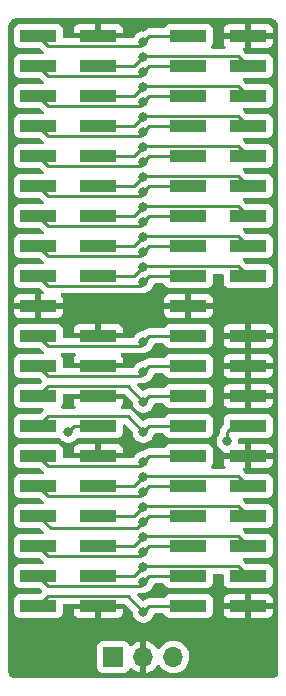
<source format=gbr>
%TF.GenerationSoftware,KiCad,Pcbnew,(6.0.4-0)*%
%TF.CreationDate,2022-11-07T18:10:50-07:00*%
%TF.ProjectId,ide_cable_select_switch,6964655f-6361-4626-9c65-5f73656c6563,rev?*%
%TF.SameCoordinates,Original*%
%TF.FileFunction,Copper,L1,Top*%
%TF.FilePolarity,Positive*%
%FSLAX46Y46*%
G04 Gerber Fmt 4.6, Leading zero omitted, Abs format (unit mm)*
G04 Created by KiCad (PCBNEW (6.0.4-0)) date 2022-11-07 18:10:50*
%MOMM*%
%LPD*%
G01*
G04 APERTURE LIST*
%TA.AperFunction,ComponentPad*%
%ADD10R,1.700000X1.700000*%
%TD*%
%TA.AperFunction,ComponentPad*%
%ADD11O,1.700000X1.700000*%
%TD*%
%TA.AperFunction,SMDPad,CuDef*%
%ADD12R,3.150000X1.000000*%
%TD*%
%TA.AperFunction,ViaPad*%
%ADD13C,0.800000*%
%TD*%
%TA.AperFunction,Conductor*%
%ADD14C,0.250000*%
%TD*%
G04 APERTURE END LIST*
D10*
%TO.P,SW1,1,A*%
%TO.N,CSEL_OUT_A*%
X152400000Y-113030000D03*
D11*
%TO.P,SW1,2,B*%
%TO.N,GND*%
X154940000Y-113030000D03*
%TO.P,SW1,3,C*%
%TO.N,CSEL_OUT_B*%
X157480000Y-113030000D03*
%TD*%
D12*
%TO.P,J2,1,Pin_1*%
%TO.N,RESET*%
X146065000Y-60452000D03*
%TO.P,J2,2,Pin_2*%
%TO.N,GND*%
X151115000Y-60452000D03*
%TO.P,J2,3,Pin_3*%
%TO.N,DB7*%
X146065000Y-62992000D03*
%TO.P,J2,4,Pin_4*%
%TO.N,DB8*%
X151115000Y-62992000D03*
%TO.P,J2,5,Pin_5*%
%TO.N,DB6*%
X146065000Y-65532000D03*
%TO.P,J2,6,Pin_6*%
%TO.N,DB9*%
X151115000Y-65532000D03*
%TO.P,J2,7,Pin_7*%
%TO.N,DB5*%
X146065000Y-68072000D03*
%TO.P,J2,8,Pin_8*%
%TO.N,DB10*%
X151115000Y-68072000D03*
%TO.P,J2,9,Pin_9*%
%TO.N,DB4*%
X146065000Y-70612000D03*
%TO.P,J2,10,Pin_10*%
%TO.N,DB11*%
X151115000Y-70612000D03*
%TO.P,J2,11,Pin_11*%
%TO.N,DB3*%
X146065000Y-73152000D03*
%TO.P,J2,12,Pin_12*%
%TO.N,DB12*%
X151115000Y-73152000D03*
%TO.P,J2,13,Pin_13*%
%TO.N,DB2*%
X146065000Y-75692000D03*
%TO.P,J2,14,Pin_14*%
%TO.N,DB13*%
X151115000Y-75692000D03*
%TO.P,J2,15,Pin_15*%
%TO.N,DB1*%
X146065000Y-78232000D03*
%TO.P,J2,16,Pin_16*%
%TO.N,DB14*%
X151115000Y-78232000D03*
%TO.P,J2,17,Pin_17*%
%TO.N,DB0*%
X146065000Y-80772000D03*
%TO.P,J2,18,Pin_18*%
%TO.N,DB15*%
X151115000Y-80772000D03*
%TO.P,J2,19,Pin_19*%
%TO.N,GND*%
X146065000Y-83312000D03*
%TO.P,J2,21,Pin_21*%
%TO.N,DRQ3*%
X146065000Y-85852000D03*
%TO.P,J2,22,Pin_22*%
%TO.N,GND*%
X151115000Y-85852000D03*
%TO.P,J2,23,Pin_23*%
%TO.N,IOW*%
X146065000Y-88392000D03*
%TO.P,J2,24,Pin_24*%
%TO.N,GND*%
X151115000Y-88392000D03*
%TO.P,J2,25,Pin_25*%
%TO.N,IOR*%
X146065000Y-90932000D03*
%TO.P,J2,26,Pin_26*%
%TO.N,GND*%
X151115000Y-90932000D03*
%TO.P,J2,27,Pin_27*%
%TO.N,IO_CH_RDY*%
X146065000Y-93472000D03*
%TO.P,J2,28,Pin_28*%
%TO.N,CSEL_OUT_A*%
X151115000Y-93472000D03*
%TO.P,J2,29,Pin_29*%
%TO.N,DACK3*%
X146065000Y-96012000D03*
%TO.P,J2,30,Pin_30*%
%TO.N,GND*%
X151115000Y-96012000D03*
%TO.P,J2,31,Pin_31*%
%TO.N,IRQ14*%
X146065000Y-98552000D03*
%TO.P,J2,32,Pin_32*%
%TO.N,RESERVED*%
X151115000Y-98552000D03*
%TO.P,J2,33,Pin_33*%
%TO.N,ADDRESS_BIT_1*%
X146065000Y-101092000D03*
%TO.P,J2,34,Pin_34*%
%TO.N,PDIAG*%
X151115000Y-101092000D03*
%TO.P,J2,35,Pin_35*%
%TO.N,ADDRESS_BIT_0*%
X146065000Y-103632000D03*
%TO.P,J2,36,Pin_36*%
%TO.N,ADDRESS_BIT_2*%
X151115000Y-103632000D03*
%TO.P,J2,37,Pin_37*%
%TO.N,CS1FX*%
X146065000Y-106172000D03*
%TO.P,J2,38,Pin_38*%
%TO.N,CS3FX*%
X151115000Y-106172000D03*
%TO.P,J2,39,Pin_39*%
%TO.N,DA_SP*%
X146065000Y-108712000D03*
%TO.P,J2,40,Pin_40*%
%TO.N,GND*%
X151115000Y-108712000D03*
%TD*%
%TO.P,J3,1,Pin_1*%
%TO.N,RESET*%
X158765000Y-60452000D03*
%TO.P,J3,2,Pin_2*%
%TO.N,GND*%
X163815000Y-60452000D03*
%TO.P,J3,3,Pin_3*%
%TO.N,DB7*%
X158765000Y-62992000D03*
%TO.P,J3,4,Pin_4*%
%TO.N,DB8*%
X163815000Y-62992000D03*
%TO.P,J3,5,Pin_5*%
%TO.N,DB6*%
X158765000Y-65532000D03*
%TO.P,J3,6,Pin_6*%
%TO.N,DB9*%
X163815000Y-65532000D03*
%TO.P,J3,7,Pin_7*%
%TO.N,DB5*%
X158765000Y-68072000D03*
%TO.P,J3,8,Pin_8*%
%TO.N,DB10*%
X163815000Y-68072000D03*
%TO.P,J3,9,Pin_9*%
%TO.N,DB4*%
X158765000Y-70612000D03*
%TO.P,J3,10,Pin_10*%
%TO.N,DB11*%
X163815000Y-70612000D03*
%TO.P,J3,11,Pin_11*%
%TO.N,DB3*%
X158765000Y-73152000D03*
%TO.P,J3,12,Pin_12*%
%TO.N,DB12*%
X163815000Y-73152000D03*
%TO.P,J3,13,Pin_13*%
%TO.N,DB2*%
X158765000Y-75692000D03*
%TO.P,J3,14,Pin_14*%
%TO.N,DB13*%
X163815000Y-75692000D03*
%TO.P,J3,15,Pin_15*%
%TO.N,DB1*%
X158765000Y-78232000D03*
%TO.P,J3,16,Pin_16*%
%TO.N,DB14*%
X163815000Y-78232000D03*
%TO.P,J3,17,Pin_17*%
%TO.N,DB0*%
X158765000Y-80772000D03*
%TO.P,J3,18,Pin_18*%
%TO.N,DB15*%
X163815000Y-80772000D03*
%TO.P,J3,19,Pin_19*%
%TO.N,GND*%
X158765000Y-83312000D03*
%TO.P,J3,21,Pin_21*%
%TO.N,DRQ3*%
X158765000Y-85852000D03*
%TO.P,J3,22,Pin_22*%
%TO.N,GND*%
X163815000Y-85852000D03*
%TO.P,J3,23,Pin_23*%
%TO.N,IOW*%
X158765000Y-88392000D03*
%TO.P,J3,24,Pin_24*%
%TO.N,GND*%
X163815000Y-88392000D03*
%TO.P,J3,25,Pin_25*%
%TO.N,IOR*%
X158765000Y-90932000D03*
%TO.P,J3,26,Pin_26*%
%TO.N,GND*%
X163815000Y-90932000D03*
%TO.P,J3,27,Pin_27*%
%TO.N,IO_CH_RDY*%
X158765000Y-93472000D03*
%TO.P,J3,28,Pin_28*%
%TO.N,CSEL_OUT_B*%
X163815000Y-93472000D03*
%TO.P,J3,29,Pin_29*%
%TO.N,DACK3*%
X158765000Y-96012000D03*
%TO.P,J3,30,Pin_30*%
%TO.N,GND*%
X163815000Y-96012000D03*
%TO.P,J3,31,Pin_31*%
%TO.N,IRQ14*%
X158765000Y-98552000D03*
%TO.P,J3,32,Pin_32*%
%TO.N,RESERVED*%
X163815000Y-98552000D03*
%TO.P,J3,33,Pin_33*%
%TO.N,ADDRESS_BIT_1*%
X158765000Y-101092000D03*
%TO.P,J3,34,Pin_34*%
%TO.N,PDIAG*%
X163815000Y-101092000D03*
%TO.P,J3,35,Pin_35*%
%TO.N,ADDRESS_BIT_0*%
X158765000Y-103632000D03*
%TO.P,J3,36,Pin_36*%
%TO.N,ADDRESS_BIT_2*%
X163815000Y-103632000D03*
%TO.P,J3,37,Pin_37*%
%TO.N,CS1FX*%
X158765000Y-106172000D03*
%TO.P,J3,38,Pin_38*%
%TO.N,CS3FX*%
X163815000Y-106172000D03*
%TO.P,J3,39,Pin_39*%
%TO.N,DA_SP*%
X158765000Y-108712000D03*
%TO.P,J3,40,Pin_40*%
%TO.N,GND*%
X163815000Y-108712000D03*
%TD*%
D13*
%TO.N,RESET*%
X154940000Y-60960000D03*
%TO.N,GND*%
X154940000Y-83820000D03*
X154940000Y-59690000D03*
%TO.N,DB7*%
X154940000Y-63500000D03*
%TO.N,DB8*%
X154940000Y-62230000D03*
%TO.N,DB6*%
X154940000Y-66040000D03*
%TO.N,DB9*%
X154940000Y-64770000D03*
%TO.N,DB5*%
X154940000Y-68580000D03*
%TO.N,DB10*%
X154940000Y-67310000D03*
%TO.N,DB4*%
X154940000Y-71120000D03*
%TO.N,DB11*%
X154940000Y-69850000D03*
%TO.N,DB3*%
X154940000Y-73660000D03*
%TO.N,DB12*%
X154940000Y-72390000D03*
%TO.N,DB2*%
X154940000Y-76200000D03*
%TO.N,DB13*%
X154940000Y-74930000D03*
%TO.N,DB1*%
X154940000Y-78740000D03*
%TO.N,DB14*%
X154940000Y-77470000D03*
%TO.N,DB0*%
X154940000Y-81280000D03*
%TO.N,DB15*%
X154940000Y-80010000D03*
%TO.N,DRQ3*%
X154940000Y-86360000D03*
%TO.N,IOW*%
X154940000Y-88900000D03*
%TO.N,IOR*%
X154940000Y-91440000D03*
%TO.N,IO_CH_RDY*%
X154940000Y-93980000D03*
%TO.N,DACK3*%
X154940000Y-96520000D03*
%TO.N,IRQ14*%
X154940000Y-99060000D03*
%TO.N,RESERVED*%
X154940000Y-97790000D03*
%TO.N,ADDRESS_BIT_1*%
X154940000Y-101600000D03*
%TO.N,PDIAG*%
X154940000Y-100330000D03*
%TO.N,ADDRESS_BIT_0*%
X154940000Y-104140000D03*
%TO.N,ADDRESS_BIT_2*%
X154940000Y-102870000D03*
%TO.N,CS1FX*%
X154940000Y-106680000D03*
%TO.N,CS3FX*%
X154940000Y-105410000D03*
%TO.N,DA_SP*%
X154940000Y-109220000D03*
%TO.N,CSEL_OUT_A*%
X148590000Y-93980000D03*
%TO.N,CSEL_OUT_B*%
X162052000Y-94742000D03*
%TD*%
D14*
%TO.N,CSEL_OUT_B*%
X162052000Y-94742000D02*
X162052000Y-93980000D01*
X162052000Y-93980000D02*
X162560000Y-93472000D01*
X162560000Y-93472000D02*
X163815000Y-93472000D01*
%TO.N,IO_CH_RDY*%
X146065000Y-93472000D02*
X146889511Y-92647489D01*
X146889511Y-92647489D02*
X153607489Y-92647489D01*
X153607489Y-92647489D02*
X154940000Y-93980000D01*
%TO.N,RESET*%
X146889511Y-61276511D02*
X154623489Y-61276511D01*
X146065000Y-60452000D02*
X146889511Y-61276511D01*
X155448000Y-60452000D02*
X154940000Y-60960000D01*
X154623489Y-61276511D02*
X154940000Y-60960000D01*
X158765000Y-60452000D02*
X155448000Y-60452000D01*
%TO.N,DB7*%
X146889511Y-63816511D02*
X154623489Y-63816511D01*
X155448000Y-62992000D02*
X154940000Y-63500000D01*
X154623489Y-63816511D02*
X154940000Y-63500000D01*
X158765000Y-62992000D02*
X155448000Y-62992000D01*
X146065000Y-62992000D02*
X146889511Y-63816511D01*
%TO.N,DB8*%
X154940000Y-62230000D02*
X155002511Y-62167489D01*
X162990489Y-62167489D02*
X163815000Y-62992000D01*
X151115000Y-62992000D02*
X154178000Y-62992000D01*
X155002511Y-62167489D02*
X162990489Y-62167489D01*
X154178000Y-62992000D02*
X154940000Y-62230000D01*
%TO.N,DB6*%
X146889511Y-66356511D02*
X154623489Y-66356511D01*
X155448000Y-65532000D02*
X154940000Y-66040000D01*
X146065000Y-65532000D02*
X146889511Y-66356511D01*
X158765000Y-65532000D02*
X155448000Y-65532000D01*
X154623489Y-66356511D02*
X154940000Y-66040000D01*
%TO.N,DB9*%
X154940000Y-64770000D02*
X155002511Y-64707489D01*
X154178000Y-65532000D02*
X154940000Y-64770000D01*
X162990489Y-64707489D02*
X163815000Y-65532000D01*
X151115000Y-65532000D02*
X154178000Y-65532000D01*
X155002511Y-64707489D02*
X162990489Y-64707489D01*
%TO.N,DB5*%
X146065000Y-68072000D02*
X146889511Y-68896511D01*
X154623489Y-68896511D02*
X154940000Y-68580000D01*
X146889511Y-68896511D02*
X154623489Y-68896511D01*
X155448000Y-68072000D02*
X154940000Y-68580000D01*
X158765000Y-68072000D02*
X155448000Y-68072000D01*
%TO.N,DB10*%
X155002511Y-67247489D02*
X162990489Y-67247489D01*
X151115000Y-68072000D02*
X154178000Y-68072000D01*
X162990489Y-67247489D02*
X163815000Y-68072000D01*
X154178000Y-68072000D02*
X154940000Y-67310000D01*
X154940000Y-67310000D02*
X155002511Y-67247489D01*
%TO.N,DB4*%
X155448000Y-70612000D02*
X154940000Y-71120000D01*
X146889511Y-71436511D02*
X154623489Y-71436511D01*
X146065000Y-70612000D02*
X146889511Y-71436511D01*
X154623489Y-71436511D02*
X154940000Y-71120000D01*
X158765000Y-70612000D02*
X155448000Y-70612000D01*
%TO.N,DB11*%
X162990489Y-69787489D02*
X163815000Y-70612000D01*
X155002511Y-69787489D02*
X162990489Y-69787489D01*
X151115000Y-70612000D02*
X154178000Y-70612000D01*
X154940000Y-69850000D02*
X155002511Y-69787489D01*
X154178000Y-70612000D02*
X154940000Y-69850000D01*
%TO.N,DB3*%
X146889511Y-73976511D02*
X154623489Y-73976511D01*
X155448000Y-73152000D02*
X154940000Y-73660000D01*
X146065000Y-73152000D02*
X146889511Y-73976511D01*
X158765000Y-73152000D02*
X155448000Y-73152000D01*
X154623489Y-73976511D02*
X154940000Y-73660000D01*
%TO.N,DB12*%
X155002511Y-72327489D02*
X162990489Y-72327489D01*
X151115000Y-73152000D02*
X154178000Y-73152000D01*
X154940000Y-72390000D02*
X155002511Y-72327489D01*
X154178000Y-73152000D02*
X154940000Y-72390000D01*
X162990489Y-72327489D02*
X163815000Y-73152000D01*
%TO.N,DB2*%
X154623489Y-76516511D02*
X154940000Y-76200000D01*
X146889511Y-76516511D02*
X154623489Y-76516511D01*
X155448000Y-75692000D02*
X154940000Y-76200000D01*
X158765000Y-75692000D02*
X155448000Y-75692000D01*
X146065000Y-75692000D02*
X146889511Y-76516511D01*
%TO.N,DB13*%
X155002511Y-74867489D02*
X162990489Y-74867489D01*
X151115000Y-75692000D02*
X154178000Y-75692000D01*
X162990489Y-74867489D02*
X163815000Y-75692000D01*
X154940000Y-74930000D02*
X155002511Y-74867489D01*
X154178000Y-75692000D02*
X154940000Y-74930000D01*
%TO.N,DB1*%
X155448000Y-78232000D02*
X154940000Y-78740000D01*
X154623489Y-79056511D02*
X154940000Y-78740000D01*
X146065000Y-78232000D02*
X146889511Y-79056511D01*
X158765000Y-78232000D02*
X155448000Y-78232000D01*
X146889511Y-79056511D02*
X154623489Y-79056511D01*
%TO.N,DB14*%
X154940000Y-77470000D02*
X155002511Y-77407489D01*
X155002511Y-77407489D02*
X162990489Y-77407489D01*
X151115000Y-78232000D02*
X154178000Y-78232000D01*
X162990489Y-77407489D02*
X163815000Y-78232000D01*
X154178000Y-78232000D02*
X154940000Y-77470000D01*
%TO.N,DB0*%
X146065000Y-80772000D02*
X146889511Y-81596511D01*
X158765000Y-80772000D02*
X155448000Y-80772000D01*
X155448000Y-80772000D02*
X154940000Y-81280000D01*
X146889511Y-81596511D02*
X154623489Y-81596511D01*
X154623489Y-81596511D02*
X154940000Y-81280000D01*
%TO.N,DB15*%
X151115000Y-80772000D02*
X154178000Y-80772000D01*
X162990489Y-79947489D02*
X163815000Y-80772000D01*
X155002511Y-79947489D02*
X162990489Y-79947489D01*
X154940000Y-80010000D02*
X155002511Y-79947489D01*
X154178000Y-80772000D02*
X154940000Y-80010000D01*
%TO.N,DRQ3*%
X158765000Y-85852000D02*
X155448000Y-85852000D01*
X154623489Y-86676511D02*
X154940000Y-86360000D01*
X146889511Y-86676511D02*
X154623489Y-86676511D01*
X146065000Y-85852000D02*
X146889511Y-86676511D01*
X155448000Y-85852000D02*
X154940000Y-86360000D01*
%TO.N,IOW*%
X154623489Y-89216511D02*
X154940000Y-88900000D01*
X146889511Y-89216511D02*
X154623489Y-89216511D01*
X155448000Y-88392000D02*
X154940000Y-88900000D01*
X146065000Y-88392000D02*
X146889511Y-89216511D01*
X158765000Y-88392000D02*
X155448000Y-88392000D01*
%TO.N,IOR*%
X146889511Y-90107489D02*
X153607489Y-90107489D01*
X158765000Y-90932000D02*
X155448000Y-90932000D01*
X146065000Y-90932000D02*
X146889511Y-90107489D01*
X153607489Y-90107489D02*
X154940000Y-91440000D01*
X155448000Y-90932000D02*
X154940000Y-91440000D01*
%TO.N,IO_CH_RDY*%
X155448000Y-93472000D02*
X154940000Y-93980000D01*
X158765000Y-93472000D02*
X155448000Y-93472000D01*
%TO.N,DACK3*%
X154623489Y-96836511D02*
X154940000Y-96520000D01*
X146889511Y-96836511D02*
X154623489Y-96836511D01*
X155448000Y-96012000D02*
X154940000Y-96520000D01*
X158765000Y-96012000D02*
X155448000Y-96012000D01*
X146065000Y-96012000D02*
X146889511Y-96836511D01*
%TO.N,IRQ14*%
X146889511Y-99376511D02*
X154623489Y-99376511D01*
X155448000Y-98552000D02*
X154940000Y-99060000D01*
X146065000Y-98552000D02*
X146889511Y-99376511D01*
X154623489Y-99376511D02*
X154940000Y-99060000D01*
X158765000Y-98552000D02*
X155448000Y-98552000D01*
%TO.N,RESERVED*%
X154178000Y-98552000D02*
X154940000Y-97790000D01*
X151115000Y-98552000D02*
X154178000Y-98552000D01*
X163815000Y-98552000D02*
X162990489Y-97727489D01*
X162990489Y-97727489D02*
X155002511Y-97727489D01*
X155002511Y-97727489D02*
X154940000Y-97790000D01*
%TO.N,ADDRESS_BIT_1*%
X147118489Y-102145489D02*
X154394511Y-102145489D01*
X155448000Y-101092000D02*
X154940000Y-101600000D01*
X146065000Y-101092000D02*
X147118489Y-102145489D01*
X158765000Y-101092000D02*
X155448000Y-101092000D01*
X154394511Y-102145489D02*
X154940000Y-101600000D01*
%TO.N,PDIAG*%
X162990489Y-100267489D02*
X155002511Y-100267489D01*
X163815000Y-101092000D02*
X162990489Y-100267489D01*
X154178000Y-101092000D02*
X154940000Y-100330000D01*
X155002511Y-100267489D02*
X154940000Y-100330000D01*
X151115000Y-101092000D02*
X154178000Y-101092000D01*
%TO.N,ADDRESS_BIT_0*%
X158765000Y-103632000D02*
X155448000Y-103632000D01*
X154623489Y-104456511D02*
X154940000Y-104140000D01*
X155448000Y-103632000D02*
X154940000Y-104140000D01*
X146889511Y-104456511D02*
X154623489Y-104456511D01*
X146065000Y-103632000D02*
X146889511Y-104456511D01*
%TO.N,ADDRESS_BIT_2*%
X151115000Y-103632000D02*
X154178000Y-103632000D01*
X154178000Y-103632000D02*
X154940000Y-102870000D01*
X163815000Y-103632000D02*
X162990489Y-102807489D01*
X155002511Y-102807489D02*
X154940000Y-102870000D01*
X162990489Y-102807489D02*
X155002511Y-102807489D01*
%TO.N,CS1FX*%
X155448000Y-106172000D02*
X154940000Y-106680000D01*
X146889511Y-106996511D02*
X154623489Y-106996511D01*
X154623489Y-106996511D02*
X154940000Y-106680000D01*
X146065000Y-106172000D02*
X146889511Y-106996511D01*
X158765000Y-106172000D02*
X155448000Y-106172000D01*
%TO.N,CS3FX*%
X154178000Y-106172000D02*
X154940000Y-105410000D01*
X155002511Y-105347489D02*
X154940000Y-105410000D01*
X162990489Y-105347489D02*
X155002511Y-105347489D01*
X163815000Y-106172000D02*
X162990489Y-105347489D01*
X151115000Y-106172000D02*
X154178000Y-106172000D01*
%TO.N,DA_SP*%
X155448000Y-108712000D02*
X154940000Y-109220000D01*
X153607489Y-107887489D02*
X154940000Y-109220000D01*
X146065000Y-108712000D02*
X146889511Y-107887489D01*
X146889511Y-107887489D02*
X153607489Y-107887489D01*
X158765000Y-108712000D02*
X155448000Y-108712000D01*
%TO.N,CSEL_OUT_A*%
X149098000Y-93472000D02*
X151115000Y-93472000D01*
X148590000Y-93980000D02*
X149098000Y-93472000D01*
%TD*%
%TA.AperFunction,Conductor*%
%TO.N,GND*%
G36*
X165578018Y-58930000D02*
G01*
X165592852Y-58932310D01*
X165592855Y-58932310D01*
X165601724Y-58933691D01*
X165611659Y-58932392D01*
X165612746Y-58932250D01*
X165641431Y-58931793D01*
X165714741Y-58939013D01*
X165744212Y-58941916D01*
X165768432Y-58946733D01*
X165887546Y-58982866D01*
X165910355Y-58992315D01*
X166020124Y-59050987D01*
X166040655Y-59064705D01*
X166136876Y-59143671D01*
X166154329Y-59161124D01*
X166233295Y-59257345D01*
X166247013Y-59277876D01*
X166305685Y-59387645D01*
X166315134Y-59410454D01*
X166351267Y-59529568D01*
X166356084Y-59553789D01*
X166365541Y-59649809D01*
X166365091Y-59665868D01*
X166365800Y-59665877D01*
X166365690Y-59674853D01*
X166364309Y-59683724D01*
X166365473Y-59692626D01*
X166365473Y-59692628D01*
X166368436Y-59715283D01*
X166369500Y-59731621D01*
X166369500Y-114250633D01*
X166368000Y-114270018D01*
X166364309Y-114293724D01*
X166365473Y-114302626D01*
X166365489Y-114302750D01*
X166365760Y-114333192D01*
X166365310Y-114337185D01*
X166358365Y-114398825D01*
X166352088Y-114426327D01*
X166323930Y-114506798D01*
X166311690Y-114532215D01*
X166266330Y-114604404D01*
X166248738Y-114626462D01*
X166188462Y-114686738D01*
X166166404Y-114704330D01*
X166094215Y-114749690D01*
X166068798Y-114761930D01*
X165988327Y-114790088D01*
X165960824Y-114796365D01*
X165901774Y-114803018D01*
X165886132Y-114802923D01*
X165886121Y-114803800D01*
X165877149Y-114803690D01*
X165868276Y-114802309D01*
X165859374Y-114803473D01*
X165859372Y-114803473D01*
X165848385Y-114804910D01*
X165836714Y-114806436D01*
X165820379Y-114807500D01*
X144067367Y-114807500D01*
X144047982Y-114806000D01*
X144033148Y-114803690D01*
X144033145Y-114803690D01*
X144024276Y-114802309D01*
X144015374Y-114803473D01*
X144015250Y-114803489D01*
X143984808Y-114803760D01*
X143952988Y-114800175D01*
X143919175Y-114796365D01*
X143891673Y-114790088D01*
X143811202Y-114761930D01*
X143785785Y-114749690D01*
X143713596Y-114704330D01*
X143691538Y-114686738D01*
X143631262Y-114626462D01*
X143613670Y-114604404D01*
X143568310Y-114532215D01*
X143556070Y-114506798D01*
X143527912Y-114426327D01*
X143521635Y-114398826D01*
X143519937Y-114383757D01*
X143515170Y-114341450D01*
X143514889Y-114316639D01*
X143515577Y-114312552D01*
X143515730Y-114300000D01*
X143511774Y-114272376D01*
X143510501Y-114254514D01*
X143510501Y-113928134D01*
X151041500Y-113928134D01*
X151048255Y-113990316D01*
X151099385Y-114126705D01*
X151186739Y-114243261D01*
X151303295Y-114330615D01*
X151439684Y-114381745D01*
X151501866Y-114388500D01*
X153298134Y-114388500D01*
X153360316Y-114381745D01*
X153496705Y-114330615D01*
X153613261Y-114243261D01*
X153700615Y-114126705D01*
X153744798Y-114008848D01*
X153787440Y-113952084D01*
X153854001Y-113927384D01*
X153923350Y-113942592D01*
X153958017Y-113970580D01*
X153983218Y-113999673D01*
X153990580Y-114006883D01*
X154154434Y-114142916D01*
X154162881Y-114148831D01*
X154346756Y-114256279D01*
X154356042Y-114260729D01*
X154555001Y-114336703D01*
X154564899Y-114339579D01*
X154668250Y-114360606D01*
X154682299Y-114359410D01*
X154686000Y-114349065D01*
X154686000Y-114348517D01*
X155194000Y-114348517D01*
X155198064Y-114362359D01*
X155211478Y-114364393D01*
X155218184Y-114363534D01*
X155228262Y-114361392D01*
X155432255Y-114300191D01*
X155441842Y-114296433D01*
X155633095Y-114202739D01*
X155641945Y-114197464D01*
X155815328Y-114073792D01*
X155823200Y-114067139D01*
X155974052Y-113916812D01*
X155980730Y-113908965D01*
X156108022Y-113731819D01*
X156109279Y-113732722D01*
X156156373Y-113689362D01*
X156226311Y-113677145D01*
X156291751Y-113704678D01*
X156319579Y-113736511D01*
X156379987Y-113835088D01*
X156526250Y-114003938D01*
X156698126Y-114146632D01*
X156891000Y-114259338D01*
X157099692Y-114339030D01*
X157104760Y-114340061D01*
X157104763Y-114340062D01*
X157199862Y-114359410D01*
X157318597Y-114383567D01*
X157323772Y-114383757D01*
X157323774Y-114383757D01*
X157536673Y-114391564D01*
X157536677Y-114391564D01*
X157541837Y-114391753D01*
X157546957Y-114391097D01*
X157546959Y-114391097D01*
X157758288Y-114364025D01*
X157758289Y-114364025D01*
X157763416Y-114363368D01*
X157768366Y-114361883D01*
X157972429Y-114300661D01*
X157972434Y-114300659D01*
X157977384Y-114299174D01*
X158177994Y-114200896D01*
X158359860Y-114071173D01*
X158518096Y-113913489D01*
X158648453Y-113732077D01*
X158661995Y-113704678D01*
X158745136Y-113536453D01*
X158745137Y-113536451D01*
X158747430Y-113531811D01*
X158812370Y-113318069D01*
X158841529Y-113096590D01*
X158843156Y-113030000D01*
X158824852Y-112807361D01*
X158770431Y-112590702D01*
X158681354Y-112385840D01*
X158560014Y-112198277D01*
X158409670Y-112033051D01*
X158405619Y-112029852D01*
X158405615Y-112029848D01*
X158238414Y-111897800D01*
X158238410Y-111897798D01*
X158234359Y-111894598D01*
X158198028Y-111874542D01*
X158182136Y-111865769D01*
X158038789Y-111786638D01*
X158033920Y-111784914D01*
X158033916Y-111784912D01*
X157833087Y-111713795D01*
X157833083Y-111713794D01*
X157828212Y-111712069D01*
X157823119Y-111711162D01*
X157823116Y-111711161D01*
X157613373Y-111673800D01*
X157613367Y-111673799D01*
X157608284Y-111672894D01*
X157534452Y-111671992D01*
X157390081Y-111670228D01*
X157390079Y-111670228D01*
X157384911Y-111670165D01*
X157164091Y-111703955D01*
X156951756Y-111773357D01*
X156753607Y-111876507D01*
X156749474Y-111879610D01*
X156749471Y-111879612D01*
X156579100Y-112007530D01*
X156574965Y-112010635D01*
X156420629Y-112172138D01*
X156417715Y-112176410D01*
X156417714Y-112176411D01*
X156312898Y-112330066D01*
X156257987Y-112375069D01*
X156187462Y-112383240D01*
X156123715Y-112351986D01*
X156103018Y-112327502D01*
X156022426Y-112202926D01*
X156016136Y-112194757D01*
X155872806Y-112037240D01*
X155865273Y-112030215D01*
X155698139Y-111898222D01*
X155689552Y-111892517D01*
X155503117Y-111789599D01*
X155493705Y-111785369D01*
X155292959Y-111714280D01*
X155282988Y-111711646D01*
X155211837Y-111698972D01*
X155198540Y-111700432D01*
X155194000Y-111714989D01*
X155194000Y-114348517D01*
X154686000Y-114348517D01*
X154686000Y-111713102D01*
X154682082Y-111699758D01*
X154667806Y-111697771D01*
X154629324Y-111703660D01*
X154619288Y-111706051D01*
X154416868Y-111772212D01*
X154407359Y-111776209D01*
X154218463Y-111874542D01*
X154209738Y-111880036D01*
X154039433Y-112007905D01*
X154031726Y-112014748D01*
X153954478Y-112095584D01*
X153892954Y-112131014D01*
X153822042Y-112127557D01*
X153764255Y-112086311D01*
X153745402Y-112052763D01*
X153703767Y-111941703D01*
X153700615Y-111933295D01*
X153613261Y-111816739D01*
X153496705Y-111729385D01*
X153360316Y-111678255D01*
X153298134Y-111671500D01*
X151501866Y-111671500D01*
X151439684Y-111678255D01*
X151303295Y-111729385D01*
X151186739Y-111816739D01*
X151099385Y-111933295D01*
X151048255Y-112069684D01*
X151041500Y-112131866D01*
X151041500Y-113928134D01*
X143510501Y-113928134D01*
X143510501Y-109260134D01*
X143981500Y-109260134D01*
X143988255Y-109322316D01*
X144039385Y-109458705D01*
X144126739Y-109575261D01*
X144243295Y-109662615D01*
X144379684Y-109713745D01*
X144441866Y-109720500D01*
X147688134Y-109720500D01*
X147750316Y-109713745D01*
X147886705Y-109662615D01*
X148003261Y-109575261D01*
X148090615Y-109458705D01*
X148141745Y-109322316D01*
X148148500Y-109260134D01*
X148148500Y-109256669D01*
X149032001Y-109256669D01*
X149032371Y-109263490D01*
X149037895Y-109314352D01*
X149041521Y-109329604D01*
X149086676Y-109450054D01*
X149095214Y-109465649D01*
X149171715Y-109567724D01*
X149184276Y-109580285D01*
X149286351Y-109656786D01*
X149301946Y-109665324D01*
X149422394Y-109710478D01*
X149437649Y-109714105D01*
X149488514Y-109719631D01*
X149495328Y-109720000D01*
X150842885Y-109720000D01*
X150858124Y-109715525D01*
X150859329Y-109714135D01*
X150861000Y-109706452D01*
X150861000Y-109701884D01*
X151369000Y-109701884D01*
X151373475Y-109717123D01*
X151374865Y-109718328D01*
X151382548Y-109719999D01*
X152734669Y-109719999D01*
X152741490Y-109719629D01*
X152792352Y-109714105D01*
X152807604Y-109710479D01*
X152928054Y-109665324D01*
X152943649Y-109656786D01*
X153045724Y-109580285D01*
X153058285Y-109567724D01*
X153134786Y-109465649D01*
X153143324Y-109450054D01*
X153188478Y-109329606D01*
X153192105Y-109314351D01*
X153197631Y-109263486D01*
X153198000Y-109256672D01*
X153198000Y-108984115D01*
X153193525Y-108968876D01*
X153192135Y-108967671D01*
X153184452Y-108966000D01*
X151387115Y-108966000D01*
X151371876Y-108970475D01*
X151370671Y-108971865D01*
X151369000Y-108979548D01*
X151369000Y-109701884D01*
X150861000Y-109701884D01*
X150861000Y-108984115D01*
X150856525Y-108968876D01*
X150855135Y-108967671D01*
X150847452Y-108966000D01*
X149050116Y-108966000D01*
X149034877Y-108970475D01*
X149033672Y-108971865D01*
X149032001Y-108979548D01*
X149032001Y-109256669D01*
X148148500Y-109256669D01*
X148148500Y-108646989D01*
X148168502Y-108578868D01*
X148222158Y-108532375D01*
X148274500Y-108520989D01*
X153292895Y-108520989D01*
X153361016Y-108540991D01*
X153381990Y-108557894D01*
X153992878Y-109168782D01*
X154026904Y-109231094D01*
X154029092Y-109244703D01*
X154046458Y-109409928D01*
X154105473Y-109591556D01*
X154200960Y-109756944D01*
X154328747Y-109898866D01*
X154483248Y-110011118D01*
X154489276Y-110013802D01*
X154489278Y-110013803D01*
X154651681Y-110086109D01*
X154657712Y-110088794D01*
X154751113Y-110108647D01*
X154838056Y-110127128D01*
X154838061Y-110127128D01*
X154844513Y-110128500D01*
X155035487Y-110128500D01*
X155041939Y-110127128D01*
X155041944Y-110127128D01*
X155128887Y-110108647D01*
X155222288Y-110088794D01*
X155228319Y-110086109D01*
X155390722Y-110013803D01*
X155390724Y-110013802D01*
X155396752Y-110011118D01*
X155551253Y-109898866D01*
X155679040Y-109756944D01*
X155774527Y-109591556D01*
X155826187Y-109432564D01*
X155866261Y-109373958D01*
X155931657Y-109346321D01*
X155946020Y-109345500D01*
X156609618Y-109345500D01*
X156677739Y-109365502D01*
X156724232Y-109419158D01*
X156727599Y-109427269D01*
X156736231Y-109450293D01*
X156739385Y-109458705D01*
X156826739Y-109575261D01*
X156943295Y-109662615D01*
X157079684Y-109713745D01*
X157141866Y-109720500D01*
X160388134Y-109720500D01*
X160450316Y-109713745D01*
X160586705Y-109662615D01*
X160703261Y-109575261D01*
X160790615Y-109458705D01*
X160841745Y-109322316D01*
X160848500Y-109260134D01*
X160848500Y-109256669D01*
X161732001Y-109256669D01*
X161732371Y-109263490D01*
X161737895Y-109314352D01*
X161741521Y-109329604D01*
X161786676Y-109450054D01*
X161795214Y-109465649D01*
X161871715Y-109567724D01*
X161884276Y-109580285D01*
X161986351Y-109656786D01*
X162001946Y-109665324D01*
X162122394Y-109710478D01*
X162137649Y-109714105D01*
X162188514Y-109719631D01*
X162195328Y-109720000D01*
X163542885Y-109720000D01*
X163558124Y-109715525D01*
X163559329Y-109714135D01*
X163561000Y-109706452D01*
X163561000Y-109701884D01*
X164069000Y-109701884D01*
X164073475Y-109717123D01*
X164074865Y-109718328D01*
X164082548Y-109719999D01*
X165434669Y-109719999D01*
X165441490Y-109719629D01*
X165492352Y-109714105D01*
X165507604Y-109710479D01*
X165628054Y-109665324D01*
X165643649Y-109656786D01*
X165745724Y-109580285D01*
X165758285Y-109567724D01*
X165834786Y-109465649D01*
X165843324Y-109450054D01*
X165888478Y-109329606D01*
X165892105Y-109314351D01*
X165897631Y-109263486D01*
X165898000Y-109256672D01*
X165898000Y-108984115D01*
X165893525Y-108968876D01*
X165892135Y-108967671D01*
X165884452Y-108966000D01*
X164087115Y-108966000D01*
X164071876Y-108970475D01*
X164070671Y-108971865D01*
X164069000Y-108979548D01*
X164069000Y-109701884D01*
X163561000Y-109701884D01*
X163561000Y-108984115D01*
X163556525Y-108968876D01*
X163555135Y-108967671D01*
X163547452Y-108966000D01*
X161750116Y-108966000D01*
X161734877Y-108970475D01*
X161733672Y-108971865D01*
X161732001Y-108979548D01*
X161732001Y-109256669D01*
X160848500Y-109256669D01*
X160848500Y-108439885D01*
X161732000Y-108439885D01*
X161736475Y-108455124D01*
X161737865Y-108456329D01*
X161745548Y-108458000D01*
X163542885Y-108458000D01*
X163558124Y-108453525D01*
X163559329Y-108452135D01*
X163561000Y-108444452D01*
X163561000Y-108439885D01*
X164069000Y-108439885D01*
X164073475Y-108455124D01*
X164074865Y-108456329D01*
X164082548Y-108458000D01*
X165879884Y-108458000D01*
X165895123Y-108453525D01*
X165896328Y-108452135D01*
X165897999Y-108444452D01*
X165897999Y-108167331D01*
X165897629Y-108160510D01*
X165892105Y-108109648D01*
X165888479Y-108094396D01*
X165843324Y-107973946D01*
X165834786Y-107958351D01*
X165758285Y-107856276D01*
X165745724Y-107843715D01*
X165643649Y-107767214D01*
X165628054Y-107758676D01*
X165507606Y-107713522D01*
X165492351Y-107709895D01*
X165441486Y-107704369D01*
X165434672Y-107704000D01*
X164087115Y-107704000D01*
X164071876Y-107708475D01*
X164070671Y-107709865D01*
X164069000Y-107717548D01*
X164069000Y-108439885D01*
X163561000Y-108439885D01*
X163561000Y-107722116D01*
X163556525Y-107706877D01*
X163555135Y-107705672D01*
X163547452Y-107704001D01*
X162195331Y-107704001D01*
X162188510Y-107704371D01*
X162137648Y-107709895D01*
X162122396Y-107713521D01*
X162001946Y-107758676D01*
X161986351Y-107767214D01*
X161884276Y-107843715D01*
X161871715Y-107856276D01*
X161795214Y-107958351D01*
X161786676Y-107973946D01*
X161741522Y-108094394D01*
X161737895Y-108109649D01*
X161732369Y-108160514D01*
X161732000Y-108167328D01*
X161732000Y-108439885D01*
X160848500Y-108439885D01*
X160848500Y-108163866D01*
X160841745Y-108101684D01*
X160790615Y-107965295D01*
X160703261Y-107848739D01*
X160586705Y-107761385D01*
X160450316Y-107710255D01*
X160388134Y-107703500D01*
X157141866Y-107703500D01*
X157079684Y-107710255D01*
X156943295Y-107761385D01*
X156826739Y-107848739D01*
X156739385Y-107965295D01*
X156736233Y-107973703D01*
X156736231Y-107973707D01*
X156727599Y-107996731D01*
X156684957Y-108053495D01*
X156618395Y-108078194D01*
X156609618Y-108078500D01*
X155526763Y-108078500D01*
X155515579Y-108077973D01*
X155508091Y-108076299D01*
X155500168Y-108076548D01*
X155440033Y-108078438D01*
X155436075Y-108078500D01*
X155408144Y-108078500D01*
X155404229Y-108078995D01*
X155404225Y-108078995D01*
X155404167Y-108079003D01*
X155404138Y-108079006D01*
X155392296Y-108079939D01*
X155348110Y-108081327D01*
X155330744Y-108086372D01*
X155328658Y-108086978D01*
X155309306Y-108090986D01*
X155297068Y-108092532D01*
X155297066Y-108092533D01*
X155289203Y-108093526D01*
X155248086Y-108109806D01*
X155236885Y-108113641D01*
X155194406Y-108125982D01*
X155187587Y-108130015D01*
X155187582Y-108130017D01*
X155176971Y-108136293D01*
X155159221Y-108144990D01*
X155140383Y-108152448D01*
X155133967Y-108157109D01*
X155133966Y-108157110D01*
X155104625Y-108178428D01*
X155094701Y-108184947D01*
X155063460Y-108203422D01*
X155063455Y-108203426D01*
X155056637Y-108207458D01*
X155042313Y-108221782D01*
X155027275Y-108234626D01*
X155011963Y-108245750D01*
X154945095Y-108269606D01*
X154875944Y-108253523D01*
X154848810Y-108232906D01*
X154461573Y-107845668D01*
X154427548Y-107783356D01*
X154432613Y-107712540D01*
X154475160Y-107655705D01*
X154541680Y-107630894D01*
X154558352Y-107631085D01*
X154563398Y-107632213D01*
X154571319Y-107631964D01*
X154631475Y-107630073D01*
X154635434Y-107630011D01*
X154663345Y-107630011D01*
X154667280Y-107629514D01*
X154667345Y-107629506D01*
X154679182Y-107628573D01*
X154711440Y-107627559D01*
X154715459Y-107627433D01*
X154723378Y-107627184D01*
X154742832Y-107621532D01*
X154762189Y-107617524D01*
X154774419Y-107615979D01*
X154774420Y-107615979D01*
X154782286Y-107614985D01*
X154789657Y-107612066D01*
X154789659Y-107612066D01*
X154823392Y-107598710D01*
X154834634Y-107594861D01*
X154839320Y-107593500D01*
X154874463Y-107588500D01*
X155035487Y-107588500D01*
X155041939Y-107587128D01*
X155041944Y-107587128D01*
X155128888Y-107568647D01*
X155222288Y-107548794D01*
X155363257Y-107486031D01*
X155390722Y-107473803D01*
X155390724Y-107473802D01*
X155396752Y-107471118D01*
X155551253Y-107358866D01*
X155679040Y-107216944D01*
X155774527Y-107051556D01*
X155826187Y-106892564D01*
X155866261Y-106833958D01*
X155931657Y-106806321D01*
X155946020Y-106805500D01*
X156609618Y-106805500D01*
X156677739Y-106825502D01*
X156724232Y-106879158D01*
X156727599Y-106887269D01*
X156736231Y-106910293D01*
X156739385Y-106918705D01*
X156826739Y-107035261D01*
X156943295Y-107122615D01*
X157079684Y-107173745D01*
X157141866Y-107180500D01*
X160388134Y-107180500D01*
X160450316Y-107173745D01*
X160586705Y-107122615D01*
X160703261Y-107035261D01*
X160790615Y-106918705D01*
X160841745Y-106782316D01*
X160848500Y-106720134D01*
X160848500Y-106106989D01*
X160868502Y-106038868D01*
X160922158Y-105992375D01*
X160974500Y-105980989D01*
X161605500Y-105980989D01*
X161673621Y-106000991D01*
X161720114Y-106054647D01*
X161731500Y-106106989D01*
X161731500Y-106720134D01*
X161738255Y-106782316D01*
X161789385Y-106918705D01*
X161876739Y-107035261D01*
X161993295Y-107122615D01*
X162129684Y-107173745D01*
X162191866Y-107180500D01*
X165438134Y-107180500D01*
X165500316Y-107173745D01*
X165636705Y-107122615D01*
X165753261Y-107035261D01*
X165840615Y-106918705D01*
X165891745Y-106782316D01*
X165898500Y-106720134D01*
X165898500Y-105623866D01*
X165891745Y-105561684D01*
X165840615Y-105425295D01*
X165753261Y-105308739D01*
X165636705Y-105221385D01*
X165500316Y-105170255D01*
X165438134Y-105163500D01*
X163754595Y-105163500D01*
X163686474Y-105143498D01*
X163665500Y-105126595D01*
X163494141Y-104955236D01*
X163486601Y-104946950D01*
X163482489Y-104940471D01*
X163432837Y-104893845D01*
X163429996Y-104891091D01*
X163410259Y-104871354D01*
X163407062Y-104868874D01*
X163398041Y-104861170D01*
X163395039Y-104858351D01*
X163359073Y-104797139D01*
X163361910Y-104726199D01*
X163402650Y-104668054D01*
X163468358Y-104641166D01*
X163481291Y-104640500D01*
X165438134Y-104640500D01*
X165500316Y-104633745D01*
X165636705Y-104582615D01*
X165753261Y-104495261D01*
X165840615Y-104378705D01*
X165891745Y-104242316D01*
X165898500Y-104180134D01*
X165898500Y-103083866D01*
X165891745Y-103021684D01*
X165840615Y-102885295D01*
X165753261Y-102768739D01*
X165636705Y-102681385D01*
X165500316Y-102630255D01*
X165438134Y-102623500D01*
X163754595Y-102623500D01*
X163686474Y-102603498D01*
X163665500Y-102586595D01*
X163494141Y-102415236D01*
X163486601Y-102406950D01*
X163482489Y-102400471D01*
X163432837Y-102353845D01*
X163429996Y-102351091D01*
X163410259Y-102331354D01*
X163407062Y-102328874D01*
X163398041Y-102321170D01*
X163395039Y-102318351D01*
X163359073Y-102257139D01*
X163361910Y-102186199D01*
X163402650Y-102128054D01*
X163468358Y-102101166D01*
X163481291Y-102100500D01*
X165438134Y-102100500D01*
X165500316Y-102093745D01*
X165636705Y-102042615D01*
X165753261Y-101955261D01*
X165840615Y-101838705D01*
X165891745Y-101702316D01*
X165898500Y-101640134D01*
X165898500Y-100543866D01*
X165891745Y-100481684D01*
X165840615Y-100345295D01*
X165753261Y-100228739D01*
X165636705Y-100141385D01*
X165500316Y-100090255D01*
X165438134Y-100083500D01*
X163754595Y-100083500D01*
X163686474Y-100063498D01*
X163665500Y-100046595D01*
X163494141Y-99875236D01*
X163486601Y-99866950D01*
X163482489Y-99860471D01*
X163432837Y-99813845D01*
X163429996Y-99811091D01*
X163410259Y-99791354D01*
X163407062Y-99788874D01*
X163398041Y-99781170D01*
X163395039Y-99778351D01*
X163359073Y-99717139D01*
X163361910Y-99646199D01*
X163402650Y-99588054D01*
X163468358Y-99561166D01*
X163481291Y-99560500D01*
X165438134Y-99560500D01*
X165500316Y-99553745D01*
X165636705Y-99502615D01*
X165753261Y-99415261D01*
X165840615Y-99298705D01*
X165891745Y-99162316D01*
X165898500Y-99100134D01*
X165898500Y-98003866D01*
X165891745Y-97941684D01*
X165840615Y-97805295D01*
X165753261Y-97688739D01*
X165636705Y-97601385D01*
X165500316Y-97550255D01*
X165438134Y-97543500D01*
X163754595Y-97543500D01*
X163686474Y-97523498D01*
X163665500Y-97506595D01*
X163494141Y-97335236D01*
X163486601Y-97326950D01*
X163482489Y-97320471D01*
X163432837Y-97273845D01*
X163429996Y-97271091D01*
X163410259Y-97251354D01*
X163407062Y-97248875D01*
X163398035Y-97241164D01*
X163394501Y-97237845D01*
X163358539Y-97176631D01*
X163361381Y-97105691D01*
X163402124Y-97047549D01*
X163467834Y-97020665D01*
X163480759Y-97020000D01*
X163542885Y-97020000D01*
X163558124Y-97015525D01*
X163559329Y-97014135D01*
X163561000Y-97006452D01*
X163561000Y-97001884D01*
X164069000Y-97001884D01*
X164073475Y-97017123D01*
X164074865Y-97018328D01*
X164082548Y-97019999D01*
X165434669Y-97019999D01*
X165441490Y-97019629D01*
X165492352Y-97014105D01*
X165507604Y-97010479D01*
X165628054Y-96965324D01*
X165643649Y-96956786D01*
X165745724Y-96880285D01*
X165758285Y-96867724D01*
X165834786Y-96765649D01*
X165843324Y-96750054D01*
X165888478Y-96629606D01*
X165892105Y-96614351D01*
X165897631Y-96563486D01*
X165898000Y-96556672D01*
X165898000Y-96284115D01*
X165893525Y-96268876D01*
X165892135Y-96267671D01*
X165884452Y-96266000D01*
X164087115Y-96266000D01*
X164071876Y-96270475D01*
X164070671Y-96271865D01*
X164069000Y-96279548D01*
X164069000Y-97001884D01*
X163561000Y-97001884D01*
X163561000Y-96284115D01*
X163556525Y-96268876D01*
X163555135Y-96267671D01*
X163547452Y-96266000D01*
X161750116Y-96266000D01*
X161734877Y-96270475D01*
X161733672Y-96271865D01*
X161732001Y-96279548D01*
X161732001Y-96556669D01*
X161732371Y-96563490D01*
X161737895Y-96614352D01*
X161741521Y-96629604D01*
X161786676Y-96750054D01*
X161795214Y-96765649D01*
X161871715Y-96867724D01*
X161882885Y-96878894D01*
X161916911Y-96941206D01*
X161911846Y-97012021D01*
X161869299Y-97068857D01*
X161802779Y-97093668D01*
X161793790Y-97093989D01*
X160786924Y-97093989D01*
X160718803Y-97073987D01*
X160672310Y-97020331D01*
X160662206Y-96950057D01*
X160691700Y-96885477D01*
X160696480Y-96880343D01*
X160703261Y-96875261D01*
X160790615Y-96758705D01*
X160841745Y-96622316D01*
X160848500Y-96560134D01*
X160848500Y-95463866D01*
X160841745Y-95401684D01*
X160790615Y-95265295D01*
X160703261Y-95148739D01*
X160586705Y-95061385D01*
X160450316Y-95010255D01*
X160388134Y-95003500D01*
X157141866Y-95003500D01*
X157079684Y-95010255D01*
X156943295Y-95061385D01*
X156826739Y-95148739D01*
X156739385Y-95265295D01*
X156736233Y-95273703D01*
X156736231Y-95273707D01*
X156727599Y-95296731D01*
X156684957Y-95353495D01*
X156618395Y-95378194D01*
X156609618Y-95378500D01*
X155526763Y-95378500D01*
X155515579Y-95377973D01*
X155508091Y-95376299D01*
X155500168Y-95376548D01*
X155440033Y-95378438D01*
X155436075Y-95378500D01*
X155408144Y-95378500D01*
X155404229Y-95378995D01*
X155404225Y-95378995D01*
X155404167Y-95379003D01*
X155404138Y-95379006D01*
X155392296Y-95379939D01*
X155348110Y-95381327D01*
X155330744Y-95386372D01*
X155328658Y-95386978D01*
X155309306Y-95390986D01*
X155297068Y-95392532D01*
X155297066Y-95392533D01*
X155289203Y-95393526D01*
X155248086Y-95409806D01*
X155236885Y-95413641D01*
X155194406Y-95425982D01*
X155187587Y-95430015D01*
X155187582Y-95430017D01*
X155176971Y-95436293D01*
X155159221Y-95444990D01*
X155140383Y-95452448D01*
X155133967Y-95457109D01*
X155133966Y-95457110D01*
X155104625Y-95478428D01*
X155094701Y-95484947D01*
X155063460Y-95503422D01*
X155063455Y-95503426D01*
X155056637Y-95507458D01*
X155042313Y-95521782D01*
X155027281Y-95534621D01*
X155010893Y-95546528D01*
X155005842Y-95552634D01*
X154994936Y-95565817D01*
X154936102Y-95605554D01*
X154897852Y-95611500D01*
X154844513Y-95611500D01*
X154838061Y-95612872D01*
X154838056Y-95612872D01*
X154751112Y-95631353D01*
X154657712Y-95651206D01*
X154651682Y-95653891D01*
X154651681Y-95653891D01*
X154489278Y-95726197D01*
X154489276Y-95726198D01*
X154483248Y-95728882D01*
X154477907Y-95732762D01*
X154477906Y-95732763D01*
X154443171Y-95758000D01*
X154328747Y-95841134D01*
X154200960Y-95983056D01*
X154197659Y-95988774D01*
X154110342Y-96140011D01*
X154058960Y-96189004D01*
X154001223Y-96203011D01*
X148274500Y-96203011D01*
X148206379Y-96183009D01*
X148159886Y-96129353D01*
X148148500Y-96077011D01*
X148148500Y-95739885D01*
X149032000Y-95739885D01*
X149036475Y-95755124D01*
X149037865Y-95756329D01*
X149045548Y-95758000D01*
X150842885Y-95758000D01*
X150858124Y-95753525D01*
X150859329Y-95752135D01*
X150861000Y-95744452D01*
X150861000Y-95739885D01*
X151369000Y-95739885D01*
X151373475Y-95755124D01*
X151374865Y-95756329D01*
X151382548Y-95758000D01*
X153179884Y-95758000D01*
X153195123Y-95753525D01*
X153196328Y-95752135D01*
X153197999Y-95744452D01*
X153197999Y-95467331D01*
X153197629Y-95460510D01*
X153192105Y-95409648D01*
X153188479Y-95394396D01*
X153143324Y-95273946D01*
X153134786Y-95258351D01*
X153058285Y-95156276D01*
X153045724Y-95143715D01*
X152943649Y-95067214D01*
X152928054Y-95058676D01*
X152807606Y-95013522D01*
X152792351Y-95009895D01*
X152741486Y-95004369D01*
X152734672Y-95004000D01*
X151387115Y-95004000D01*
X151371876Y-95008475D01*
X151370671Y-95009865D01*
X151369000Y-95017548D01*
X151369000Y-95739885D01*
X150861000Y-95739885D01*
X150861000Y-95022116D01*
X150856525Y-95006877D01*
X150855135Y-95005672D01*
X150847452Y-95004001D01*
X149495331Y-95004001D01*
X149488510Y-95004371D01*
X149437648Y-95009895D01*
X149422396Y-95013521D01*
X149301946Y-95058676D01*
X149286351Y-95067214D01*
X149184276Y-95143715D01*
X149171715Y-95156276D01*
X149095214Y-95258351D01*
X149086676Y-95273946D01*
X149041522Y-95394394D01*
X149037895Y-95409649D01*
X149032369Y-95460514D01*
X149032000Y-95467328D01*
X149032000Y-95739885D01*
X148148500Y-95739885D01*
X148148500Y-95463866D01*
X148141745Y-95401684D01*
X148090615Y-95265295D01*
X148003261Y-95148739D01*
X147886705Y-95061385D01*
X147750316Y-95010255D01*
X147688134Y-95003500D01*
X144441866Y-95003500D01*
X144379684Y-95010255D01*
X144243295Y-95061385D01*
X144126739Y-95148739D01*
X144039385Y-95265295D01*
X143988255Y-95401684D01*
X143981500Y-95463866D01*
X143981500Y-96560134D01*
X143988255Y-96622316D01*
X144039385Y-96758705D01*
X144126739Y-96875261D01*
X144243295Y-96962615D01*
X144379684Y-97013745D01*
X144441866Y-97020500D01*
X146125406Y-97020500D01*
X146193527Y-97040502D01*
X146214501Y-97057405D01*
X146385854Y-97228758D01*
X146393398Y-97237048D01*
X146397511Y-97243529D01*
X146403288Y-97248954D01*
X146447178Y-97290169D01*
X146450020Y-97292924D01*
X146469742Y-97312646D01*
X146472866Y-97315069D01*
X146472870Y-97315073D01*
X146472935Y-97315123D01*
X146481958Y-97322830D01*
X146484962Y-97325651D01*
X146520927Y-97386864D01*
X146518088Y-97457804D01*
X146477347Y-97515947D01*
X146411639Y-97542835D01*
X146398708Y-97543500D01*
X144441866Y-97543500D01*
X144379684Y-97550255D01*
X144243295Y-97601385D01*
X144126739Y-97688739D01*
X144039385Y-97805295D01*
X143988255Y-97941684D01*
X143981500Y-98003866D01*
X143981500Y-99100134D01*
X143988255Y-99162316D01*
X144039385Y-99298705D01*
X144126739Y-99415261D01*
X144243295Y-99502615D01*
X144379684Y-99553745D01*
X144441866Y-99560500D01*
X146125406Y-99560500D01*
X146193527Y-99580502D01*
X146214501Y-99597405D01*
X146385854Y-99768758D01*
X146393398Y-99777048D01*
X146397511Y-99783529D01*
X146403288Y-99788954D01*
X146447178Y-99830169D01*
X146450020Y-99832924D01*
X146469742Y-99852646D01*
X146472866Y-99855069D01*
X146472870Y-99855073D01*
X146472935Y-99855123D01*
X146481958Y-99862830D01*
X146484962Y-99865651D01*
X146520927Y-99926864D01*
X146518088Y-99997804D01*
X146477347Y-100055947D01*
X146411639Y-100082835D01*
X146398708Y-100083500D01*
X144441866Y-100083500D01*
X144379684Y-100090255D01*
X144243295Y-100141385D01*
X144126739Y-100228739D01*
X144039385Y-100345295D01*
X143988255Y-100481684D01*
X143981500Y-100543866D01*
X143981500Y-101640134D01*
X143988255Y-101702316D01*
X144039385Y-101838705D01*
X144126739Y-101955261D01*
X144243295Y-102042615D01*
X144379684Y-102093745D01*
X144441866Y-102100500D01*
X146125406Y-102100500D01*
X146193527Y-102120502D01*
X146214501Y-102137405D01*
X146485501Y-102408405D01*
X146519527Y-102470717D01*
X146514462Y-102541532D01*
X146471915Y-102598368D01*
X146405395Y-102623179D01*
X146396406Y-102623500D01*
X144441866Y-102623500D01*
X144379684Y-102630255D01*
X144243295Y-102681385D01*
X144126739Y-102768739D01*
X144039385Y-102885295D01*
X143988255Y-103021684D01*
X143981500Y-103083866D01*
X143981500Y-104180134D01*
X143988255Y-104242316D01*
X144039385Y-104378705D01*
X144126739Y-104495261D01*
X144243295Y-104582615D01*
X144379684Y-104633745D01*
X144441866Y-104640500D01*
X146125406Y-104640500D01*
X146193527Y-104660502D01*
X146214501Y-104677405D01*
X146385854Y-104848758D01*
X146393398Y-104857048D01*
X146397511Y-104863529D01*
X146403288Y-104868954D01*
X146447178Y-104910169D01*
X146450020Y-104912924D01*
X146469742Y-104932646D01*
X146472866Y-104935069D01*
X146472870Y-104935073D01*
X146472935Y-104935123D01*
X146481958Y-104942830D01*
X146484962Y-104945651D01*
X146520927Y-105006864D01*
X146518088Y-105077804D01*
X146477347Y-105135947D01*
X146411639Y-105162835D01*
X146398708Y-105163500D01*
X144441866Y-105163500D01*
X144379684Y-105170255D01*
X144243295Y-105221385D01*
X144126739Y-105308739D01*
X144039385Y-105425295D01*
X143988255Y-105561684D01*
X143981500Y-105623866D01*
X143981500Y-106720134D01*
X143988255Y-106782316D01*
X144039385Y-106918705D01*
X144126739Y-107035261D01*
X144243295Y-107122615D01*
X144379684Y-107173745D01*
X144441866Y-107180500D01*
X146125406Y-107180500D01*
X146193527Y-107200502D01*
X146214501Y-107217405D01*
X146350000Y-107352904D01*
X146384026Y-107415216D01*
X146378961Y-107486031D01*
X146350001Y-107531094D01*
X146214501Y-107666595D01*
X146152189Y-107700620D01*
X146125405Y-107703500D01*
X144441866Y-107703500D01*
X144379684Y-107710255D01*
X144243295Y-107761385D01*
X144126739Y-107848739D01*
X144039385Y-107965295D01*
X143988255Y-108101684D01*
X143981500Y-108163866D01*
X143981500Y-109260134D01*
X143510501Y-109260134D01*
X143510500Y-94020134D01*
X143981500Y-94020134D01*
X143988255Y-94082316D01*
X144039385Y-94218705D01*
X144126739Y-94335261D01*
X144243295Y-94422615D01*
X144379684Y-94473745D01*
X144441866Y-94480500D01*
X147688134Y-94480500D01*
X147691529Y-94480131D01*
X147691533Y-94480131D01*
X147742687Y-94474574D01*
X147812569Y-94487102D01*
X147849433Y-94518319D01*
X147850960Y-94516944D01*
X147978747Y-94658866D01*
X148077843Y-94730864D01*
X148102207Y-94748565D01*
X148133248Y-94771118D01*
X148139276Y-94773802D01*
X148139278Y-94773803D01*
X148301681Y-94846109D01*
X148307712Y-94848794D01*
X148383155Y-94864830D01*
X148488056Y-94887128D01*
X148488061Y-94887128D01*
X148494513Y-94888500D01*
X148685487Y-94888500D01*
X148691939Y-94887128D01*
X148691944Y-94887128D01*
X148796845Y-94864830D01*
X148872288Y-94848794D01*
X148878319Y-94846109D01*
X149040722Y-94773803D01*
X149040724Y-94773802D01*
X149046752Y-94771118D01*
X149077794Y-94748565D01*
X149102157Y-94730864D01*
X149201253Y-94658866D01*
X149329040Y-94516944D01*
X149330966Y-94518678D01*
X149378019Y-94482412D01*
X149437313Y-94474574D01*
X149488467Y-94480131D01*
X149488471Y-94480131D01*
X149491866Y-94480500D01*
X152738134Y-94480500D01*
X152800316Y-94473745D01*
X152936705Y-94422615D01*
X153053261Y-94335261D01*
X153140615Y-94218705D01*
X153191745Y-94082316D01*
X153198500Y-94020134D01*
X153198500Y-93438594D01*
X153218502Y-93370473D01*
X153272158Y-93323980D01*
X153342432Y-93313876D01*
X153407012Y-93343370D01*
X153413595Y-93349499D01*
X153992878Y-93928782D01*
X154026904Y-93991094D01*
X154029092Y-94004703D01*
X154046458Y-94169928D01*
X154105473Y-94351556D01*
X154200960Y-94516944D01*
X154205378Y-94521851D01*
X154205379Y-94521852D01*
X154230572Y-94549832D01*
X154328747Y-94658866D01*
X154427843Y-94730864D01*
X154452207Y-94748565D01*
X154483248Y-94771118D01*
X154489276Y-94773802D01*
X154489278Y-94773803D01*
X154651681Y-94846109D01*
X154657712Y-94848794D01*
X154733155Y-94864830D01*
X154838056Y-94887128D01*
X154838061Y-94887128D01*
X154844513Y-94888500D01*
X155035487Y-94888500D01*
X155041939Y-94887128D01*
X155041944Y-94887128D01*
X155146845Y-94864830D01*
X155222288Y-94848794D01*
X155228319Y-94846109D01*
X155390722Y-94773803D01*
X155390724Y-94773802D01*
X155396752Y-94771118D01*
X155427794Y-94748565D01*
X155436830Y-94742000D01*
X161138496Y-94742000D01*
X161139186Y-94748564D01*
X161139186Y-94748565D01*
X161153894Y-94888500D01*
X161158458Y-94931928D01*
X161217473Y-95113556D01*
X161312960Y-95278944D01*
X161317378Y-95283851D01*
X161317379Y-95283852D01*
X161416913Y-95394396D01*
X161440747Y-95420866D01*
X161595248Y-95533118D01*
X161601281Y-95535804D01*
X161601286Y-95535807D01*
X161657249Y-95560724D01*
X161711345Y-95606704D01*
X161732000Y-95675830D01*
X161732000Y-95739885D01*
X161736475Y-95755124D01*
X161737865Y-95756329D01*
X161745548Y-95758000D01*
X163542885Y-95758000D01*
X163558124Y-95753525D01*
X163559329Y-95752135D01*
X163561000Y-95744452D01*
X163561000Y-95739885D01*
X164069000Y-95739885D01*
X164073475Y-95755124D01*
X164074865Y-95756329D01*
X164082548Y-95758000D01*
X165879884Y-95758000D01*
X165895123Y-95753525D01*
X165896328Y-95752135D01*
X165897999Y-95744452D01*
X165897999Y-95467331D01*
X165897629Y-95460510D01*
X165892105Y-95409648D01*
X165888479Y-95394396D01*
X165843324Y-95273946D01*
X165834786Y-95258351D01*
X165758285Y-95156276D01*
X165745724Y-95143715D01*
X165643649Y-95067214D01*
X165628054Y-95058676D01*
X165507606Y-95013522D01*
X165492351Y-95009895D01*
X165441486Y-95004369D01*
X165434672Y-95004000D01*
X164087115Y-95004000D01*
X164071876Y-95008475D01*
X164070671Y-95009865D01*
X164069000Y-95017548D01*
X164069000Y-95739885D01*
X163561000Y-95739885D01*
X163561000Y-95022116D01*
X163556525Y-95006877D01*
X163555135Y-95005672D01*
X163547452Y-95004001D01*
X163077904Y-95004001D01*
X163009783Y-94983999D01*
X162963290Y-94930343D01*
X162952594Y-94864830D01*
X162954280Y-94848794D01*
X162965504Y-94742000D01*
X162964814Y-94735435D01*
X162952647Y-94619670D01*
X162965419Y-94549832D01*
X163013921Y-94497985D01*
X163077957Y-94480500D01*
X165438134Y-94480500D01*
X165500316Y-94473745D01*
X165636705Y-94422615D01*
X165753261Y-94335261D01*
X165840615Y-94218705D01*
X165891745Y-94082316D01*
X165898500Y-94020134D01*
X165898500Y-92923866D01*
X165891745Y-92861684D01*
X165840615Y-92725295D01*
X165753261Y-92608739D01*
X165636705Y-92521385D01*
X165500316Y-92470255D01*
X165438134Y-92463500D01*
X162191866Y-92463500D01*
X162129684Y-92470255D01*
X161993295Y-92521385D01*
X161876739Y-92608739D01*
X161789385Y-92725295D01*
X161738255Y-92861684D01*
X161731500Y-92923866D01*
X161731500Y-93352405D01*
X161711498Y-93420526D01*
X161694595Y-93441500D01*
X161659747Y-93476348D01*
X161651461Y-93483888D01*
X161644982Y-93488000D01*
X161639557Y-93493777D01*
X161598357Y-93537651D01*
X161595602Y-93540493D01*
X161575865Y-93560230D01*
X161573385Y-93563427D01*
X161565682Y-93572447D01*
X161535414Y-93604679D01*
X161531595Y-93611625D01*
X161531593Y-93611628D01*
X161525652Y-93622434D01*
X161514801Y-93638953D01*
X161502386Y-93654959D01*
X161499241Y-93662228D01*
X161499238Y-93662232D01*
X161484826Y-93695537D01*
X161479609Y-93706187D01*
X161458305Y-93744940D01*
X161456334Y-93752615D01*
X161456334Y-93752616D01*
X161453267Y-93764562D01*
X161446863Y-93783266D01*
X161438819Y-93801855D01*
X161437580Y-93809678D01*
X161437577Y-93809688D01*
X161431901Y-93845524D01*
X161429495Y-93857144D01*
X161418500Y-93899970D01*
X161418500Y-93920224D01*
X161416949Y-93939934D01*
X161413780Y-93959943D01*
X161414526Y-93967835D01*
X161417941Y-94003961D01*
X161418500Y-94015819D01*
X161418500Y-94039476D01*
X161398498Y-94107597D01*
X161386142Y-94123779D01*
X161312960Y-94205056D01*
X161217473Y-94370444D01*
X161158458Y-94552072D01*
X161157768Y-94558633D01*
X161157768Y-94558635D01*
X161139186Y-94735435D01*
X161138496Y-94742000D01*
X155436830Y-94742000D01*
X155452157Y-94730864D01*
X155551253Y-94658866D01*
X155649428Y-94549832D01*
X155674621Y-94521852D01*
X155674622Y-94521851D01*
X155679040Y-94516944D01*
X155774527Y-94351556D01*
X155826187Y-94192564D01*
X155866261Y-94133958D01*
X155931657Y-94106321D01*
X155946020Y-94105500D01*
X156609618Y-94105500D01*
X156677739Y-94125502D01*
X156724232Y-94179158D01*
X156727599Y-94187269D01*
X156734268Y-94205056D01*
X156739385Y-94218705D01*
X156826739Y-94335261D01*
X156943295Y-94422615D01*
X157079684Y-94473745D01*
X157141866Y-94480500D01*
X160388134Y-94480500D01*
X160450316Y-94473745D01*
X160586705Y-94422615D01*
X160703261Y-94335261D01*
X160790615Y-94218705D01*
X160841745Y-94082316D01*
X160848500Y-94020134D01*
X160848500Y-92923866D01*
X160841745Y-92861684D01*
X160790615Y-92725295D01*
X160703261Y-92608739D01*
X160586705Y-92521385D01*
X160450316Y-92470255D01*
X160388134Y-92463500D01*
X157141866Y-92463500D01*
X157079684Y-92470255D01*
X156943295Y-92521385D01*
X156826739Y-92608739D01*
X156739385Y-92725295D01*
X156736233Y-92733703D01*
X156736231Y-92733707D01*
X156727599Y-92756731D01*
X156684957Y-92813495D01*
X156618395Y-92838194D01*
X156609618Y-92838500D01*
X155526763Y-92838500D01*
X155515579Y-92837973D01*
X155508091Y-92836299D01*
X155500168Y-92836548D01*
X155440033Y-92838438D01*
X155436075Y-92838500D01*
X155408144Y-92838500D01*
X155404229Y-92838995D01*
X155404225Y-92838995D01*
X155404167Y-92839003D01*
X155404138Y-92839006D01*
X155392296Y-92839939D01*
X155348110Y-92841327D01*
X155330744Y-92846372D01*
X155328658Y-92846978D01*
X155309306Y-92850986D01*
X155297068Y-92852532D01*
X155297066Y-92852533D01*
X155289203Y-92853526D01*
X155248086Y-92869806D01*
X155236885Y-92873641D01*
X155194406Y-92885982D01*
X155187587Y-92890015D01*
X155187582Y-92890017D01*
X155176971Y-92896293D01*
X155159221Y-92904990D01*
X155140383Y-92912448D01*
X155133967Y-92917109D01*
X155133966Y-92917110D01*
X155104625Y-92938428D01*
X155094701Y-92944947D01*
X155063460Y-92963422D01*
X155063455Y-92963426D01*
X155056637Y-92967458D01*
X155042313Y-92981782D01*
X155027275Y-92994626D01*
X155011963Y-93005750D01*
X154945095Y-93029606D01*
X154875944Y-93013523D01*
X154848810Y-92992906D01*
X154166365Y-92310460D01*
X154155393Y-92290366D01*
X154149481Y-92288752D01*
X154126477Y-92270571D01*
X154111137Y-92255231D01*
X154103602Y-92246951D01*
X154099489Y-92240471D01*
X154049837Y-92193845D01*
X154046996Y-92191091D01*
X154027259Y-92171354D01*
X154024062Y-92168874D01*
X154015040Y-92161169D01*
X154002094Y-92149012D01*
X153982810Y-92130903D01*
X153975864Y-92127084D01*
X153975861Y-92127082D01*
X153965055Y-92121141D01*
X153948536Y-92110290D01*
X153948072Y-92109930D01*
X153932530Y-92097875D01*
X153925261Y-92094730D01*
X153925257Y-92094727D01*
X153891952Y-92080315D01*
X153881302Y-92075098D01*
X153842549Y-92053794D01*
X153822926Y-92048756D01*
X153804223Y-92042352D01*
X153792909Y-92037456D01*
X153792908Y-92037456D01*
X153785634Y-92034308D01*
X153777811Y-92033069D01*
X153777801Y-92033066D01*
X153741965Y-92027390D01*
X153730345Y-92024984D01*
X153695200Y-92015961D01*
X153695199Y-92015961D01*
X153687519Y-92013989D01*
X153667265Y-92013989D01*
X153647554Y-92012438D01*
X153635375Y-92010509D01*
X153627546Y-92009269D01*
X153619654Y-92010015D01*
X153583528Y-92013430D01*
X153571670Y-92013989D01*
X153136210Y-92013989D01*
X153068089Y-91993987D01*
X153021596Y-91940331D01*
X153011492Y-91870057D01*
X153040986Y-91805477D01*
X153047115Y-91798894D01*
X153058285Y-91787724D01*
X153134786Y-91685649D01*
X153143324Y-91670054D01*
X153188478Y-91549606D01*
X153192105Y-91534351D01*
X153197631Y-91483486D01*
X153198000Y-91476672D01*
X153198000Y-91204115D01*
X153193525Y-91188876D01*
X153192135Y-91187671D01*
X153184452Y-91186000D01*
X149050116Y-91186000D01*
X149034877Y-91190475D01*
X149033672Y-91191865D01*
X149032001Y-91199548D01*
X149032001Y-91476669D01*
X149032371Y-91483490D01*
X149037895Y-91534352D01*
X149041521Y-91549604D01*
X149086676Y-91670054D01*
X149095214Y-91685649D01*
X149171715Y-91787724D01*
X149182885Y-91798894D01*
X149216911Y-91861206D01*
X149211846Y-91932021D01*
X149169299Y-91988857D01*
X149102779Y-92013668D01*
X149093790Y-92013989D01*
X148086924Y-92013989D01*
X148018803Y-91993987D01*
X147972310Y-91940331D01*
X147962206Y-91870057D01*
X147991700Y-91805477D01*
X147996480Y-91800343D01*
X148003261Y-91795261D01*
X148090615Y-91678705D01*
X148141745Y-91542316D01*
X148148500Y-91480134D01*
X148148500Y-90866989D01*
X148168502Y-90798868D01*
X148222158Y-90752375D01*
X148274500Y-90740989D01*
X153292895Y-90740989D01*
X153361016Y-90760991D01*
X153381990Y-90777894D01*
X153992878Y-91388782D01*
X154026904Y-91451094D01*
X154029092Y-91464703D01*
X154046458Y-91629928D01*
X154105473Y-91811556D01*
X154200960Y-91976944D01*
X154205378Y-91981851D01*
X154205379Y-91981852D01*
X154309208Y-92097166D01*
X154315728Y-92110751D01*
X154315846Y-92110777D01*
X154329521Y-92119429D01*
X154352784Y-92136330D01*
X154474642Y-92224865D01*
X154483248Y-92231118D01*
X154489276Y-92233802D01*
X154489278Y-92233803D01*
X154651681Y-92306109D01*
X154657712Y-92308794D01*
X154751112Y-92328647D01*
X154838056Y-92347128D01*
X154838061Y-92347128D01*
X154844513Y-92348500D01*
X155035487Y-92348500D01*
X155041939Y-92347128D01*
X155041944Y-92347128D01*
X155128888Y-92328647D01*
X155222288Y-92308794D01*
X155228319Y-92306109D01*
X155390722Y-92233803D01*
X155390724Y-92233802D01*
X155396752Y-92231118D01*
X155405359Y-92224865D01*
X155482346Y-92168930D01*
X155551253Y-92118866D01*
X155579102Y-92087937D01*
X155674621Y-91981852D01*
X155674622Y-91981851D01*
X155679040Y-91976944D01*
X155774527Y-91811556D01*
X155826187Y-91652564D01*
X155866261Y-91593958D01*
X155931657Y-91566321D01*
X155946020Y-91565500D01*
X156609618Y-91565500D01*
X156677739Y-91585502D01*
X156724232Y-91639158D01*
X156727599Y-91647269D01*
X156736231Y-91670293D01*
X156739385Y-91678705D01*
X156826739Y-91795261D01*
X156943295Y-91882615D01*
X157079684Y-91933745D01*
X157141866Y-91940500D01*
X160388134Y-91940500D01*
X160450316Y-91933745D01*
X160586705Y-91882615D01*
X160703261Y-91795261D01*
X160790615Y-91678705D01*
X160841745Y-91542316D01*
X160848500Y-91480134D01*
X160848500Y-91476669D01*
X161732001Y-91476669D01*
X161732371Y-91483490D01*
X161737895Y-91534352D01*
X161741521Y-91549604D01*
X161786676Y-91670054D01*
X161795214Y-91685649D01*
X161871715Y-91787724D01*
X161884276Y-91800285D01*
X161986351Y-91876786D01*
X162001946Y-91885324D01*
X162122394Y-91930478D01*
X162137649Y-91934105D01*
X162188514Y-91939631D01*
X162195328Y-91940000D01*
X163542885Y-91940000D01*
X163558124Y-91935525D01*
X163559329Y-91934135D01*
X163561000Y-91926452D01*
X163561000Y-91921884D01*
X164069000Y-91921884D01*
X164073475Y-91937123D01*
X164074865Y-91938328D01*
X164082548Y-91939999D01*
X165434669Y-91939999D01*
X165441490Y-91939629D01*
X165492352Y-91934105D01*
X165507604Y-91930479D01*
X165628054Y-91885324D01*
X165643649Y-91876786D01*
X165745724Y-91800285D01*
X165758285Y-91787724D01*
X165834786Y-91685649D01*
X165843324Y-91670054D01*
X165888478Y-91549606D01*
X165892105Y-91534351D01*
X165897631Y-91483486D01*
X165898000Y-91476672D01*
X165898000Y-91204115D01*
X165893525Y-91188876D01*
X165892135Y-91187671D01*
X165884452Y-91186000D01*
X164087115Y-91186000D01*
X164071876Y-91190475D01*
X164070671Y-91191865D01*
X164069000Y-91199548D01*
X164069000Y-91921884D01*
X163561000Y-91921884D01*
X163561000Y-91204115D01*
X163556525Y-91188876D01*
X163555135Y-91187671D01*
X163547452Y-91186000D01*
X161750116Y-91186000D01*
X161734877Y-91190475D01*
X161733672Y-91191865D01*
X161732001Y-91199548D01*
X161732001Y-91476669D01*
X160848500Y-91476669D01*
X160848500Y-90659885D01*
X161732000Y-90659885D01*
X161736475Y-90675124D01*
X161737865Y-90676329D01*
X161745548Y-90678000D01*
X163542885Y-90678000D01*
X163558124Y-90673525D01*
X163559329Y-90672135D01*
X163561000Y-90664452D01*
X163561000Y-90659885D01*
X164069000Y-90659885D01*
X164073475Y-90675124D01*
X164074865Y-90676329D01*
X164082548Y-90678000D01*
X165879884Y-90678000D01*
X165895123Y-90673525D01*
X165896328Y-90672135D01*
X165897999Y-90664452D01*
X165897999Y-90387331D01*
X165897629Y-90380510D01*
X165892105Y-90329648D01*
X165888479Y-90314396D01*
X165843324Y-90193946D01*
X165834786Y-90178351D01*
X165758285Y-90076276D01*
X165745724Y-90063715D01*
X165643649Y-89987214D01*
X165628054Y-89978676D01*
X165507606Y-89933522D01*
X165492351Y-89929895D01*
X165441486Y-89924369D01*
X165434672Y-89924000D01*
X164087115Y-89924000D01*
X164071876Y-89928475D01*
X164070671Y-89929865D01*
X164069000Y-89937548D01*
X164069000Y-90659885D01*
X163561000Y-90659885D01*
X163561000Y-89942116D01*
X163556525Y-89926877D01*
X163555135Y-89925672D01*
X163547452Y-89924001D01*
X162195331Y-89924001D01*
X162188510Y-89924371D01*
X162137648Y-89929895D01*
X162122396Y-89933521D01*
X162001946Y-89978676D01*
X161986351Y-89987214D01*
X161884276Y-90063715D01*
X161871715Y-90076276D01*
X161795214Y-90178351D01*
X161786676Y-90193946D01*
X161741522Y-90314394D01*
X161737895Y-90329649D01*
X161732369Y-90380514D01*
X161732000Y-90387328D01*
X161732000Y-90659885D01*
X160848500Y-90659885D01*
X160848500Y-90383866D01*
X160841745Y-90321684D01*
X160790615Y-90185295D01*
X160703261Y-90068739D01*
X160586705Y-89981385D01*
X160450316Y-89930255D01*
X160388134Y-89923500D01*
X157141866Y-89923500D01*
X157079684Y-89930255D01*
X156943295Y-89981385D01*
X156826739Y-90068739D01*
X156739385Y-90185295D01*
X156736233Y-90193703D01*
X156736231Y-90193707D01*
X156727599Y-90216731D01*
X156684957Y-90273495D01*
X156618395Y-90298194D01*
X156609618Y-90298500D01*
X155526763Y-90298500D01*
X155515579Y-90297973D01*
X155508091Y-90296299D01*
X155500168Y-90296548D01*
X155440033Y-90298438D01*
X155436075Y-90298500D01*
X155408144Y-90298500D01*
X155404229Y-90298995D01*
X155404225Y-90298995D01*
X155404167Y-90299003D01*
X155404138Y-90299006D01*
X155392296Y-90299939D01*
X155348110Y-90301327D01*
X155330744Y-90306372D01*
X155328658Y-90306978D01*
X155309306Y-90310986D01*
X155297068Y-90312532D01*
X155297066Y-90312533D01*
X155289203Y-90313526D01*
X155248086Y-90329806D01*
X155236885Y-90333641D01*
X155194406Y-90345982D01*
X155187587Y-90350015D01*
X155187582Y-90350017D01*
X155176971Y-90356293D01*
X155159221Y-90364990D01*
X155140383Y-90372448D01*
X155133967Y-90377109D01*
X155133966Y-90377110D01*
X155104625Y-90398428D01*
X155094701Y-90404947D01*
X155063460Y-90423422D01*
X155063455Y-90423426D01*
X155056637Y-90427458D01*
X155042313Y-90441782D01*
X155027275Y-90454626D01*
X155011963Y-90465750D01*
X154945095Y-90489606D01*
X154875944Y-90473523D01*
X154848810Y-90452906D01*
X154461573Y-90065668D01*
X154427548Y-90003356D01*
X154432613Y-89932540D01*
X154475160Y-89875705D01*
X154541680Y-89850894D01*
X154558352Y-89851085D01*
X154563398Y-89852213D01*
X154571319Y-89851964D01*
X154631475Y-89850073D01*
X154635434Y-89850011D01*
X154663345Y-89850011D01*
X154667280Y-89849514D01*
X154667345Y-89849506D01*
X154679182Y-89848573D01*
X154711440Y-89847559D01*
X154715459Y-89847433D01*
X154723378Y-89847184D01*
X154742832Y-89841532D01*
X154762189Y-89837524D01*
X154774419Y-89835979D01*
X154774420Y-89835979D01*
X154782286Y-89834985D01*
X154789657Y-89832066D01*
X154789659Y-89832066D01*
X154823392Y-89818710D01*
X154834634Y-89814861D01*
X154839320Y-89813500D01*
X154874463Y-89808500D01*
X155035487Y-89808500D01*
X155041939Y-89807128D01*
X155041944Y-89807128D01*
X155128887Y-89788647D01*
X155222288Y-89768794D01*
X155363257Y-89706031D01*
X155390722Y-89693803D01*
X155390724Y-89693802D01*
X155396752Y-89691118D01*
X155551253Y-89578866D01*
X155679040Y-89436944D01*
X155774527Y-89271556D01*
X155826187Y-89112564D01*
X155866261Y-89053958D01*
X155931657Y-89026321D01*
X155946020Y-89025500D01*
X156609618Y-89025500D01*
X156677739Y-89045502D01*
X156724232Y-89099158D01*
X156727599Y-89107269D01*
X156736231Y-89130293D01*
X156739385Y-89138705D01*
X156826739Y-89255261D01*
X156943295Y-89342615D01*
X157079684Y-89393745D01*
X157141866Y-89400500D01*
X160388134Y-89400500D01*
X160450316Y-89393745D01*
X160586705Y-89342615D01*
X160703261Y-89255261D01*
X160790615Y-89138705D01*
X160841745Y-89002316D01*
X160848500Y-88940134D01*
X160848500Y-88936669D01*
X161732001Y-88936669D01*
X161732371Y-88943490D01*
X161737895Y-88994352D01*
X161741521Y-89009604D01*
X161786676Y-89130054D01*
X161795214Y-89145649D01*
X161871715Y-89247724D01*
X161884276Y-89260285D01*
X161986351Y-89336786D01*
X162001946Y-89345324D01*
X162122394Y-89390478D01*
X162137649Y-89394105D01*
X162188514Y-89399631D01*
X162195328Y-89400000D01*
X163542885Y-89400000D01*
X163558124Y-89395525D01*
X163559329Y-89394135D01*
X163561000Y-89386452D01*
X163561000Y-89381884D01*
X164069000Y-89381884D01*
X164073475Y-89397123D01*
X164074865Y-89398328D01*
X164082548Y-89399999D01*
X165434669Y-89399999D01*
X165441490Y-89399629D01*
X165492352Y-89394105D01*
X165507604Y-89390479D01*
X165628054Y-89345324D01*
X165643649Y-89336786D01*
X165745724Y-89260285D01*
X165758285Y-89247724D01*
X165834786Y-89145649D01*
X165843324Y-89130054D01*
X165888478Y-89009606D01*
X165892105Y-88994351D01*
X165897631Y-88943486D01*
X165898000Y-88936672D01*
X165898000Y-88664115D01*
X165893525Y-88648876D01*
X165892135Y-88647671D01*
X165884452Y-88646000D01*
X164087115Y-88646000D01*
X164071876Y-88650475D01*
X164070671Y-88651865D01*
X164069000Y-88659548D01*
X164069000Y-89381884D01*
X163561000Y-89381884D01*
X163561000Y-88664115D01*
X163556525Y-88648876D01*
X163555135Y-88647671D01*
X163547452Y-88646000D01*
X161750116Y-88646000D01*
X161734877Y-88650475D01*
X161733672Y-88651865D01*
X161732001Y-88659548D01*
X161732001Y-88936669D01*
X160848500Y-88936669D01*
X160848500Y-88119885D01*
X161732000Y-88119885D01*
X161736475Y-88135124D01*
X161737865Y-88136329D01*
X161745548Y-88138000D01*
X163542885Y-88138000D01*
X163558124Y-88133525D01*
X163559329Y-88132135D01*
X163561000Y-88124452D01*
X163561000Y-88119885D01*
X164069000Y-88119885D01*
X164073475Y-88135124D01*
X164074865Y-88136329D01*
X164082548Y-88138000D01*
X165879884Y-88138000D01*
X165895123Y-88133525D01*
X165896328Y-88132135D01*
X165897999Y-88124452D01*
X165897999Y-87847331D01*
X165897629Y-87840510D01*
X165892105Y-87789648D01*
X165888479Y-87774396D01*
X165843324Y-87653946D01*
X165834786Y-87638351D01*
X165758285Y-87536276D01*
X165745724Y-87523715D01*
X165643649Y-87447214D01*
X165628054Y-87438676D01*
X165507606Y-87393522D01*
X165492351Y-87389895D01*
X165441486Y-87384369D01*
X165434672Y-87384000D01*
X164087115Y-87384000D01*
X164071876Y-87388475D01*
X164070671Y-87389865D01*
X164069000Y-87397548D01*
X164069000Y-88119885D01*
X163561000Y-88119885D01*
X163561000Y-87402116D01*
X163556525Y-87386877D01*
X163555135Y-87385672D01*
X163547452Y-87384001D01*
X162195331Y-87384001D01*
X162188510Y-87384371D01*
X162137648Y-87389895D01*
X162122396Y-87393521D01*
X162001946Y-87438676D01*
X161986351Y-87447214D01*
X161884276Y-87523715D01*
X161871715Y-87536276D01*
X161795214Y-87638351D01*
X161786676Y-87653946D01*
X161741522Y-87774394D01*
X161737895Y-87789649D01*
X161732369Y-87840514D01*
X161732000Y-87847328D01*
X161732000Y-88119885D01*
X160848500Y-88119885D01*
X160848500Y-87843866D01*
X160841745Y-87781684D01*
X160790615Y-87645295D01*
X160703261Y-87528739D01*
X160586705Y-87441385D01*
X160450316Y-87390255D01*
X160388134Y-87383500D01*
X157141866Y-87383500D01*
X157079684Y-87390255D01*
X156943295Y-87441385D01*
X156826739Y-87528739D01*
X156739385Y-87645295D01*
X156736233Y-87653703D01*
X156736231Y-87653707D01*
X156727599Y-87676731D01*
X156684957Y-87733495D01*
X156618395Y-87758194D01*
X156609618Y-87758500D01*
X155526763Y-87758500D01*
X155515579Y-87757973D01*
X155508091Y-87756299D01*
X155500168Y-87756548D01*
X155440033Y-87758438D01*
X155436075Y-87758500D01*
X155408144Y-87758500D01*
X155404229Y-87758995D01*
X155404225Y-87758995D01*
X155404167Y-87759003D01*
X155404138Y-87759006D01*
X155392296Y-87759939D01*
X155348110Y-87761327D01*
X155330744Y-87766372D01*
X155328658Y-87766978D01*
X155309306Y-87770986D01*
X155297068Y-87772532D01*
X155297066Y-87772533D01*
X155289203Y-87773526D01*
X155248086Y-87789806D01*
X155236885Y-87793641D01*
X155194406Y-87805982D01*
X155187587Y-87810015D01*
X155187582Y-87810017D01*
X155176971Y-87816293D01*
X155159221Y-87824990D01*
X155140383Y-87832448D01*
X155133967Y-87837109D01*
X155133966Y-87837110D01*
X155104625Y-87858428D01*
X155094701Y-87864947D01*
X155063460Y-87883422D01*
X155063455Y-87883426D01*
X155056637Y-87887458D01*
X155042313Y-87901782D01*
X155027281Y-87914621D01*
X155010893Y-87926528D01*
X155005842Y-87932634D01*
X154994936Y-87945817D01*
X154936102Y-87985554D01*
X154897852Y-87991500D01*
X154844513Y-87991500D01*
X154838061Y-87992872D01*
X154838056Y-87992872D01*
X154751112Y-88011353D01*
X154657712Y-88031206D01*
X154651682Y-88033891D01*
X154651681Y-88033891D01*
X154489278Y-88106197D01*
X154489276Y-88106198D01*
X154483248Y-88108882D01*
X154477907Y-88112762D01*
X154477906Y-88112763D01*
X154443171Y-88138000D01*
X154328747Y-88221134D01*
X154200960Y-88363056D01*
X154197659Y-88368774D01*
X154110342Y-88520011D01*
X154058960Y-88569004D01*
X154001223Y-88583011D01*
X148274500Y-88583011D01*
X148206379Y-88563009D01*
X148159886Y-88509353D01*
X148148500Y-88457011D01*
X148148500Y-87843866D01*
X148141745Y-87781684D01*
X148090615Y-87645295D01*
X148003261Y-87528739D01*
X147997424Y-87524364D01*
X147963803Y-87462794D01*
X147968868Y-87391979D01*
X148011415Y-87335143D01*
X148077935Y-87310332D01*
X148086924Y-87310011D01*
X149093790Y-87310011D01*
X149161911Y-87330013D01*
X149208404Y-87383669D01*
X149218508Y-87453943D01*
X149189014Y-87518523D01*
X149182885Y-87525106D01*
X149171715Y-87536276D01*
X149095214Y-87638351D01*
X149086676Y-87653946D01*
X149041522Y-87774394D01*
X149037895Y-87789649D01*
X149032369Y-87840514D01*
X149032000Y-87847328D01*
X149032000Y-88119885D01*
X149036475Y-88135124D01*
X149037865Y-88136329D01*
X149045548Y-88138000D01*
X153179884Y-88138000D01*
X153195123Y-88133525D01*
X153196328Y-88132135D01*
X153197999Y-88124452D01*
X153197999Y-87847331D01*
X153197629Y-87840510D01*
X153192105Y-87789648D01*
X153188479Y-87774396D01*
X153143324Y-87653946D01*
X153134786Y-87638351D01*
X153058285Y-87536276D01*
X153047115Y-87525106D01*
X153013089Y-87462794D01*
X153018154Y-87391979D01*
X153060701Y-87335143D01*
X153127221Y-87310332D01*
X153136210Y-87310011D01*
X154544722Y-87310011D01*
X154555905Y-87310538D01*
X154563398Y-87312213D01*
X154571324Y-87311964D01*
X154571325Y-87311964D01*
X154631475Y-87310073D01*
X154635434Y-87310011D01*
X154663345Y-87310011D01*
X154667280Y-87309514D01*
X154667345Y-87309506D01*
X154679182Y-87308573D01*
X154711440Y-87307559D01*
X154715459Y-87307433D01*
X154723378Y-87307184D01*
X154742832Y-87301532D01*
X154762189Y-87297524D01*
X154774419Y-87295979D01*
X154774420Y-87295979D01*
X154782286Y-87294985D01*
X154789657Y-87292066D01*
X154789659Y-87292066D01*
X154823392Y-87278710D01*
X154834634Y-87274861D01*
X154839320Y-87273500D01*
X154874463Y-87268500D01*
X155035487Y-87268500D01*
X155041939Y-87267128D01*
X155041944Y-87267128D01*
X155141143Y-87246042D01*
X155222288Y-87228794D01*
X155269817Y-87207633D01*
X155390722Y-87153803D01*
X155390724Y-87153802D01*
X155396752Y-87151118D01*
X155551253Y-87038866D01*
X155679040Y-86896944D01*
X155774527Y-86731556D01*
X155826187Y-86572564D01*
X155866261Y-86513958D01*
X155931657Y-86486321D01*
X155946020Y-86485500D01*
X156609618Y-86485500D01*
X156677739Y-86505502D01*
X156724232Y-86559158D01*
X156727599Y-86567269D01*
X156736231Y-86590293D01*
X156739385Y-86598705D01*
X156826739Y-86715261D01*
X156943295Y-86802615D01*
X157079684Y-86853745D01*
X157141866Y-86860500D01*
X160388134Y-86860500D01*
X160450316Y-86853745D01*
X160586705Y-86802615D01*
X160703261Y-86715261D01*
X160790615Y-86598705D01*
X160841745Y-86462316D01*
X160848500Y-86400134D01*
X160848500Y-86396669D01*
X161732001Y-86396669D01*
X161732371Y-86403490D01*
X161737895Y-86454352D01*
X161741521Y-86469604D01*
X161786676Y-86590054D01*
X161795214Y-86605649D01*
X161871715Y-86707724D01*
X161884276Y-86720285D01*
X161986351Y-86796786D01*
X162001946Y-86805324D01*
X162122394Y-86850478D01*
X162137649Y-86854105D01*
X162188514Y-86859631D01*
X162195328Y-86860000D01*
X163542885Y-86860000D01*
X163558124Y-86855525D01*
X163559329Y-86854135D01*
X163561000Y-86846452D01*
X163561000Y-86841884D01*
X164069000Y-86841884D01*
X164073475Y-86857123D01*
X164074865Y-86858328D01*
X164082548Y-86859999D01*
X165434669Y-86859999D01*
X165441490Y-86859629D01*
X165492352Y-86854105D01*
X165507604Y-86850479D01*
X165628054Y-86805324D01*
X165643649Y-86796786D01*
X165745724Y-86720285D01*
X165758285Y-86707724D01*
X165834786Y-86605649D01*
X165843324Y-86590054D01*
X165888478Y-86469606D01*
X165892105Y-86454351D01*
X165897631Y-86403486D01*
X165898000Y-86396672D01*
X165898000Y-86124115D01*
X165893525Y-86108876D01*
X165892135Y-86107671D01*
X165884452Y-86106000D01*
X164087115Y-86106000D01*
X164071876Y-86110475D01*
X164070671Y-86111865D01*
X164069000Y-86119548D01*
X164069000Y-86841884D01*
X163561000Y-86841884D01*
X163561000Y-86124115D01*
X163556525Y-86108876D01*
X163555135Y-86107671D01*
X163547452Y-86106000D01*
X161750116Y-86106000D01*
X161734877Y-86110475D01*
X161733672Y-86111865D01*
X161732001Y-86119548D01*
X161732001Y-86396669D01*
X160848500Y-86396669D01*
X160848500Y-85579885D01*
X161732000Y-85579885D01*
X161736475Y-85595124D01*
X161737865Y-85596329D01*
X161745548Y-85598000D01*
X163542885Y-85598000D01*
X163558124Y-85593525D01*
X163559329Y-85592135D01*
X163561000Y-85584452D01*
X163561000Y-85579885D01*
X164069000Y-85579885D01*
X164073475Y-85595124D01*
X164074865Y-85596329D01*
X164082548Y-85598000D01*
X165879884Y-85598000D01*
X165895123Y-85593525D01*
X165896328Y-85592135D01*
X165897999Y-85584452D01*
X165897999Y-85307331D01*
X165897629Y-85300510D01*
X165892105Y-85249648D01*
X165888479Y-85234396D01*
X165843324Y-85113946D01*
X165834786Y-85098351D01*
X165758285Y-84996276D01*
X165745724Y-84983715D01*
X165643649Y-84907214D01*
X165628054Y-84898676D01*
X165507606Y-84853522D01*
X165492351Y-84849895D01*
X165441486Y-84844369D01*
X165434672Y-84844000D01*
X164087115Y-84844000D01*
X164071876Y-84848475D01*
X164070671Y-84849865D01*
X164069000Y-84857548D01*
X164069000Y-85579885D01*
X163561000Y-85579885D01*
X163561000Y-84862116D01*
X163556525Y-84846877D01*
X163555135Y-84845672D01*
X163547452Y-84844001D01*
X162195331Y-84844001D01*
X162188510Y-84844371D01*
X162137648Y-84849895D01*
X162122396Y-84853521D01*
X162001946Y-84898676D01*
X161986351Y-84907214D01*
X161884276Y-84983715D01*
X161871715Y-84996276D01*
X161795214Y-85098351D01*
X161786676Y-85113946D01*
X161741522Y-85234394D01*
X161737895Y-85249649D01*
X161732369Y-85300514D01*
X161732000Y-85307328D01*
X161732000Y-85579885D01*
X160848500Y-85579885D01*
X160848500Y-85303866D01*
X160841745Y-85241684D01*
X160790615Y-85105295D01*
X160703261Y-84988739D01*
X160586705Y-84901385D01*
X160450316Y-84850255D01*
X160388134Y-84843500D01*
X157141866Y-84843500D01*
X157079684Y-84850255D01*
X156943295Y-84901385D01*
X156826739Y-84988739D01*
X156739385Y-85105295D01*
X156736233Y-85113703D01*
X156736231Y-85113707D01*
X156727599Y-85136731D01*
X156684957Y-85193495D01*
X156618395Y-85218194D01*
X156609618Y-85218500D01*
X155526763Y-85218500D01*
X155515579Y-85217973D01*
X155508091Y-85216299D01*
X155500168Y-85216548D01*
X155440033Y-85218438D01*
X155436075Y-85218500D01*
X155408144Y-85218500D01*
X155404229Y-85218995D01*
X155404225Y-85218995D01*
X155404167Y-85219003D01*
X155404138Y-85219006D01*
X155392296Y-85219939D01*
X155348110Y-85221327D01*
X155330744Y-85226372D01*
X155328658Y-85226978D01*
X155309306Y-85230986D01*
X155297068Y-85232532D01*
X155297066Y-85232533D01*
X155289203Y-85233526D01*
X155248086Y-85249806D01*
X155236885Y-85253641D01*
X155194406Y-85265982D01*
X155187587Y-85270015D01*
X155187582Y-85270017D01*
X155176971Y-85276293D01*
X155159221Y-85284990D01*
X155140383Y-85292448D01*
X155133967Y-85297109D01*
X155133966Y-85297110D01*
X155104625Y-85318428D01*
X155094701Y-85324947D01*
X155063460Y-85343422D01*
X155063455Y-85343426D01*
X155056637Y-85347458D01*
X155042313Y-85361782D01*
X155027281Y-85374621D01*
X155010893Y-85386528D01*
X155005842Y-85392634D01*
X154994936Y-85405817D01*
X154936102Y-85445554D01*
X154897852Y-85451500D01*
X154844513Y-85451500D01*
X154838061Y-85452872D01*
X154838056Y-85452872D01*
X154751112Y-85471353D01*
X154657712Y-85491206D01*
X154651682Y-85493891D01*
X154651681Y-85493891D01*
X154489278Y-85566197D01*
X154489276Y-85566198D01*
X154483248Y-85568882D01*
X154477907Y-85572762D01*
X154477906Y-85572763D01*
X154443171Y-85598000D01*
X154328747Y-85681134D01*
X154200960Y-85823056D01*
X154197659Y-85828774D01*
X154110342Y-85980011D01*
X154058960Y-86029004D01*
X154001223Y-86043011D01*
X148274500Y-86043011D01*
X148206379Y-86023009D01*
X148159886Y-85969353D01*
X148148500Y-85917011D01*
X148148500Y-85579885D01*
X149032000Y-85579885D01*
X149036475Y-85595124D01*
X149037865Y-85596329D01*
X149045548Y-85598000D01*
X150842885Y-85598000D01*
X150858124Y-85593525D01*
X150859329Y-85592135D01*
X150861000Y-85584452D01*
X150861000Y-85579885D01*
X151369000Y-85579885D01*
X151373475Y-85595124D01*
X151374865Y-85596329D01*
X151382548Y-85598000D01*
X153179884Y-85598000D01*
X153195123Y-85593525D01*
X153196328Y-85592135D01*
X153197999Y-85584452D01*
X153197999Y-85307331D01*
X153197629Y-85300510D01*
X153192105Y-85249648D01*
X153188479Y-85234396D01*
X153143324Y-85113946D01*
X153134786Y-85098351D01*
X153058285Y-84996276D01*
X153045724Y-84983715D01*
X152943649Y-84907214D01*
X152928054Y-84898676D01*
X152807606Y-84853522D01*
X152792351Y-84849895D01*
X152741486Y-84844369D01*
X152734672Y-84844000D01*
X151387115Y-84844000D01*
X151371876Y-84848475D01*
X151370671Y-84849865D01*
X151369000Y-84857548D01*
X151369000Y-85579885D01*
X150861000Y-85579885D01*
X150861000Y-84862116D01*
X150856525Y-84846877D01*
X150855135Y-84845672D01*
X150847452Y-84844001D01*
X149495331Y-84844001D01*
X149488510Y-84844371D01*
X149437648Y-84849895D01*
X149422396Y-84853521D01*
X149301946Y-84898676D01*
X149286351Y-84907214D01*
X149184276Y-84983715D01*
X149171715Y-84996276D01*
X149095214Y-85098351D01*
X149086676Y-85113946D01*
X149041522Y-85234394D01*
X149037895Y-85249649D01*
X149032369Y-85300514D01*
X149032000Y-85307328D01*
X149032000Y-85579885D01*
X148148500Y-85579885D01*
X148148500Y-85303866D01*
X148141745Y-85241684D01*
X148090615Y-85105295D01*
X148003261Y-84988739D01*
X147886705Y-84901385D01*
X147750316Y-84850255D01*
X147688134Y-84843500D01*
X144441866Y-84843500D01*
X144379684Y-84850255D01*
X144243295Y-84901385D01*
X144126739Y-84988739D01*
X144039385Y-85105295D01*
X143988255Y-85241684D01*
X143981500Y-85303866D01*
X143981500Y-86400134D01*
X143988255Y-86462316D01*
X144039385Y-86598705D01*
X144126739Y-86715261D01*
X144243295Y-86802615D01*
X144379684Y-86853745D01*
X144441866Y-86860500D01*
X146125406Y-86860500D01*
X146193527Y-86880502D01*
X146214501Y-86897405D01*
X146385854Y-87068758D01*
X146393398Y-87077048D01*
X146397511Y-87083529D01*
X146403288Y-87088954D01*
X146447178Y-87130169D01*
X146450020Y-87132924D01*
X146469742Y-87152646D01*
X146472866Y-87155069D01*
X146472870Y-87155073D01*
X146472935Y-87155123D01*
X146481958Y-87162830D01*
X146484962Y-87165651D01*
X146520927Y-87226864D01*
X146518088Y-87297804D01*
X146477347Y-87355947D01*
X146411639Y-87382835D01*
X146398708Y-87383500D01*
X144441866Y-87383500D01*
X144379684Y-87390255D01*
X144243295Y-87441385D01*
X144126739Y-87528739D01*
X144039385Y-87645295D01*
X143988255Y-87781684D01*
X143981500Y-87843866D01*
X143981500Y-88940134D01*
X143988255Y-89002316D01*
X144039385Y-89138705D01*
X144126739Y-89255261D01*
X144243295Y-89342615D01*
X144379684Y-89393745D01*
X144441866Y-89400500D01*
X146125406Y-89400500D01*
X146193527Y-89420502D01*
X146214501Y-89437405D01*
X146350000Y-89572904D01*
X146384026Y-89635216D01*
X146378961Y-89706031D01*
X146350001Y-89751094D01*
X146214501Y-89886595D01*
X146152189Y-89920620D01*
X146125405Y-89923500D01*
X144441866Y-89923500D01*
X144379684Y-89930255D01*
X144243295Y-89981385D01*
X144126739Y-90068739D01*
X144039385Y-90185295D01*
X143988255Y-90321684D01*
X143981500Y-90383866D01*
X143981500Y-91480134D01*
X143988255Y-91542316D01*
X144039385Y-91678705D01*
X144126739Y-91795261D01*
X144243295Y-91882615D01*
X144379684Y-91933745D01*
X144441866Y-91940500D01*
X146396406Y-91940500D01*
X146464527Y-91960502D01*
X146511020Y-92014158D01*
X146521124Y-92084432D01*
X146491630Y-92149012D01*
X146485501Y-92155595D01*
X146483828Y-92157268D01*
X146468795Y-92170108D01*
X146452404Y-92182017D01*
X146447353Y-92188122D01*
X146447348Y-92188127D01*
X146424217Y-92216087D01*
X146416230Y-92224865D01*
X146214501Y-92426595D01*
X146152189Y-92460620D01*
X146125405Y-92463500D01*
X144441866Y-92463500D01*
X144379684Y-92470255D01*
X144243295Y-92521385D01*
X144126739Y-92608739D01*
X144039385Y-92725295D01*
X143988255Y-92861684D01*
X143981500Y-92923866D01*
X143981500Y-94020134D01*
X143510500Y-94020134D01*
X143510500Y-83856669D01*
X143982001Y-83856669D01*
X143982371Y-83863490D01*
X143987895Y-83914352D01*
X143991521Y-83929604D01*
X144036676Y-84050054D01*
X144045214Y-84065649D01*
X144121715Y-84167724D01*
X144134276Y-84180285D01*
X144236351Y-84256786D01*
X144251946Y-84265324D01*
X144372394Y-84310478D01*
X144387649Y-84314105D01*
X144438514Y-84319631D01*
X144445328Y-84320000D01*
X145792885Y-84320000D01*
X145808124Y-84315525D01*
X145809329Y-84314135D01*
X145811000Y-84306452D01*
X145811000Y-84301884D01*
X146319000Y-84301884D01*
X146323475Y-84317123D01*
X146324865Y-84318328D01*
X146332548Y-84319999D01*
X147684669Y-84319999D01*
X147691490Y-84319629D01*
X147742352Y-84314105D01*
X147757604Y-84310479D01*
X147878054Y-84265324D01*
X147893649Y-84256786D01*
X147995724Y-84180285D01*
X148008285Y-84167724D01*
X148084786Y-84065649D01*
X148093324Y-84050054D01*
X148138478Y-83929606D01*
X148142105Y-83914351D01*
X148147631Y-83863486D01*
X148148000Y-83856672D01*
X148148000Y-83856669D01*
X156682001Y-83856669D01*
X156682371Y-83863490D01*
X156687895Y-83914352D01*
X156691521Y-83929604D01*
X156736676Y-84050054D01*
X156745214Y-84065649D01*
X156821715Y-84167724D01*
X156834276Y-84180285D01*
X156936351Y-84256786D01*
X156951946Y-84265324D01*
X157072394Y-84310478D01*
X157087649Y-84314105D01*
X157138514Y-84319631D01*
X157145328Y-84320000D01*
X158492885Y-84320000D01*
X158508124Y-84315525D01*
X158509329Y-84314135D01*
X158511000Y-84306452D01*
X158511000Y-84301884D01*
X159019000Y-84301884D01*
X159023475Y-84317123D01*
X159024865Y-84318328D01*
X159032548Y-84319999D01*
X160384669Y-84319999D01*
X160391490Y-84319629D01*
X160442352Y-84314105D01*
X160457604Y-84310479D01*
X160578054Y-84265324D01*
X160593649Y-84256786D01*
X160695724Y-84180285D01*
X160708285Y-84167724D01*
X160784786Y-84065649D01*
X160793324Y-84050054D01*
X160838478Y-83929606D01*
X160842105Y-83914351D01*
X160847631Y-83863486D01*
X160848000Y-83856672D01*
X160848000Y-83584115D01*
X160843525Y-83568876D01*
X160842135Y-83567671D01*
X160834452Y-83566000D01*
X159037115Y-83566000D01*
X159021876Y-83570475D01*
X159020671Y-83571865D01*
X159019000Y-83579548D01*
X159019000Y-84301884D01*
X158511000Y-84301884D01*
X158511000Y-83584115D01*
X158506525Y-83568876D01*
X158505135Y-83567671D01*
X158497452Y-83566000D01*
X156700116Y-83566000D01*
X156684877Y-83570475D01*
X156683672Y-83571865D01*
X156682001Y-83579548D01*
X156682001Y-83856669D01*
X148148000Y-83856669D01*
X148148000Y-83584115D01*
X148143525Y-83568876D01*
X148142135Y-83567671D01*
X148134452Y-83566000D01*
X146337115Y-83566000D01*
X146321876Y-83570475D01*
X146320671Y-83571865D01*
X146319000Y-83579548D01*
X146319000Y-84301884D01*
X145811000Y-84301884D01*
X145811000Y-83584115D01*
X145806525Y-83568876D01*
X145805135Y-83567671D01*
X145797452Y-83566000D01*
X144000116Y-83566000D01*
X143984877Y-83570475D01*
X143983672Y-83571865D01*
X143982001Y-83579548D01*
X143982001Y-83856669D01*
X143510500Y-83856669D01*
X143510500Y-83039885D01*
X143982000Y-83039885D01*
X143986475Y-83055124D01*
X143987865Y-83056329D01*
X143995548Y-83058000D01*
X145792885Y-83058000D01*
X145808124Y-83053525D01*
X145809329Y-83052135D01*
X145811000Y-83044452D01*
X145811000Y-82322116D01*
X145806525Y-82306877D01*
X145805135Y-82305672D01*
X145797452Y-82304001D01*
X144445331Y-82304001D01*
X144438510Y-82304371D01*
X144387648Y-82309895D01*
X144372396Y-82313521D01*
X144251946Y-82358676D01*
X144236351Y-82367214D01*
X144134276Y-82443715D01*
X144121715Y-82456276D01*
X144045214Y-82558351D01*
X144036676Y-82573946D01*
X143991522Y-82694394D01*
X143987895Y-82709649D01*
X143982369Y-82760514D01*
X143982000Y-82767328D01*
X143982000Y-83039885D01*
X143510500Y-83039885D01*
X143510500Y-81320134D01*
X143981500Y-81320134D01*
X143988255Y-81382316D01*
X144039385Y-81518705D01*
X144126739Y-81635261D01*
X144243295Y-81722615D01*
X144379684Y-81773745D01*
X144441866Y-81780500D01*
X146125406Y-81780500D01*
X146193527Y-81800502D01*
X146214501Y-81817405D01*
X146385854Y-81988758D01*
X146393398Y-81997048D01*
X146397511Y-82003529D01*
X146403288Y-82008954D01*
X146447178Y-82050169D01*
X146450020Y-82052924D01*
X146469742Y-82072646D01*
X146472866Y-82075069D01*
X146472870Y-82075073D01*
X146472935Y-82075123D01*
X146481947Y-82082820D01*
X146485489Y-82086146D01*
X146521457Y-82147354D01*
X146518624Y-82218294D01*
X146477888Y-82276441D01*
X146412182Y-82303334D01*
X146399241Y-82304000D01*
X146337115Y-82304000D01*
X146321876Y-82308475D01*
X146320671Y-82309865D01*
X146319000Y-82317548D01*
X146319000Y-83039885D01*
X146323475Y-83055124D01*
X146324865Y-83056329D01*
X146332548Y-83058000D01*
X148129884Y-83058000D01*
X148145123Y-83053525D01*
X148146328Y-83052135D01*
X148147999Y-83044452D01*
X148147999Y-83039885D01*
X156682000Y-83039885D01*
X156686475Y-83055124D01*
X156687865Y-83056329D01*
X156695548Y-83058000D01*
X158492885Y-83058000D01*
X158508124Y-83053525D01*
X158509329Y-83052135D01*
X158511000Y-83044452D01*
X158511000Y-83039885D01*
X159019000Y-83039885D01*
X159023475Y-83055124D01*
X159024865Y-83056329D01*
X159032548Y-83058000D01*
X160829884Y-83058000D01*
X160845123Y-83053525D01*
X160846328Y-83052135D01*
X160847999Y-83044452D01*
X160847999Y-82767331D01*
X160847629Y-82760510D01*
X160842105Y-82709648D01*
X160838479Y-82694396D01*
X160793324Y-82573946D01*
X160784786Y-82558351D01*
X160708285Y-82456276D01*
X160695724Y-82443715D01*
X160593649Y-82367214D01*
X160578054Y-82358676D01*
X160457606Y-82313522D01*
X160442351Y-82309895D01*
X160391486Y-82304369D01*
X160384672Y-82304000D01*
X159037115Y-82304000D01*
X159021876Y-82308475D01*
X159020671Y-82309865D01*
X159019000Y-82317548D01*
X159019000Y-83039885D01*
X158511000Y-83039885D01*
X158511000Y-82322116D01*
X158506525Y-82306877D01*
X158505135Y-82305672D01*
X158497452Y-82304001D01*
X157145331Y-82304001D01*
X157138510Y-82304371D01*
X157087648Y-82309895D01*
X157072396Y-82313521D01*
X156951946Y-82358676D01*
X156936351Y-82367214D01*
X156834276Y-82443715D01*
X156821715Y-82456276D01*
X156745214Y-82558351D01*
X156736676Y-82573946D01*
X156691522Y-82694394D01*
X156687895Y-82709649D01*
X156682369Y-82760514D01*
X156682000Y-82767328D01*
X156682000Y-83039885D01*
X148147999Y-83039885D01*
X148147999Y-82767331D01*
X148147629Y-82760510D01*
X148142105Y-82709648D01*
X148138479Y-82694396D01*
X148093324Y-82573946D01*
X148084786Y-82558351D01*
X148008285Y-82456276D01*
X147997115Y-82445106D01*
X147963089Y-82382794D01*
X147968154Y-82311979D01*
X148010701Y-82255143D01*
X148077221Y-82230332D01*
X148086210Y-82230011D01*
X154544722Y-82230011D01*
X154555905Y-82230538D01*
X154563398Y-82232213D01*
X154571324Y-82231964D01*
X154571325Y-82231964D01*
X154631475Y-82230073D01*
X154635434Y-82230011D01*
X154663345Y-82230011D01*
X154667280Y-82229514D01*
X154667345Y-82229506D01*
X154679182Y-82228573D01*
X154711440Y-82227559D01*
X154715459Y-82227433D01*
X154723378Y-82227184D01*
X154742832Y-82221532D01*
X154762189Y-82217524D01*
X154774419Y-82215979D01*
X154774420Y-82215979D01*
X154782286Y-82214985D01*
X154789657Y-82212066D01*
X154789659Y-82212066D01*
X154823392Y-82198710D01*
X154834634Y-82194861D01*
X154839320Y-82193500D01*
X154874463Y-82188500D01*
X155035487Y-82188500D01*
X155041939Y-82187128D01*
X155041944Y-82187128D01*
X155141143Y-82166042D01*
X155222288Y-82148794D01*
X155269817Y-82127633D01*
X155390722Y-82073803D01*
X155390724Y-82073802D01*
X155396752Y-82071118D01*
X155551253Y-81958866D01*
X155679040Y-81816944D01*
X155774527Y-81651556D01*
X155826187Y-81492564D01*
X155866261Y-81433958D01*
X155931657Y-81406321D01*
X155946020Y-81405500D01*
X156609618Y-81405500D01*
X156677739Y-81425502D01*
X156724232Y-81479158D01*
X156727599Y-81487269D01*
X156736231Y-81510293D01*
X156739385Y-81518705D01*
X156826739Y-81635261D01*
X156943295Y-81722615D01*
X157079684Y-81773745D01*
X157141866Y-81780500D01*
X160388134Y-81780500D01*
X160450316Y-81773745D01*
X160586705Y-81722615D01*
X160703261Y-81635261D01*
X160790615Y-81518705D01*
X160841745Y-81382316D01*
X160848500Y-81320134D01*
X160848500Y-80706989D01*
X160868502Y-80638868D01*
X160922158Y-80592375D01*
X160974500Y-80580989D01*
X161605500Y-80580989D01*
X161673621Y-80600991D01*
X161720114Y-80654647D01*
X161731500Y-80706989D01*
X161731500Y-81320134D01*
X161738255Y-81382316D01*
X161789385Y-81518705D01*
X161876739Y-81635261D01*
X161993295Y-81722615D01*
X162129684Y-81773745D01*
X162191866Y-81780500D01*
X165438134Y-81780500D01*
X165500316Y-81773745D01*
X165636705Y-81722615D01*
X165753261Y-81635261D01*
X165840615Y-81518705D01*
X165891745Y-81382316D01*
X165898500Y-81320134D01*
X165898500Y-80223866D01*
X165891745Y-80161684D01*
X165840615Y-80025295D01*
X165753261Y-79908739D01*
X165636705Y-79821385D01*
X165500316Y-79770255D01*
X165438134Y-79763500D01*
X163754595Y-79763500D01*
X163686474Y-79743498D01*
X163665500Y-79726595D01*
X163494141Y-79555236D01*
X163486601Y-79546950D01*
X163482489Y-79540471D01*
X163432837Y-79493845D01*
X163429996Y-79491091D01*
X163410259Y-79471354D01*
X163407062Y-79468874D01*
X163398041Y-79461170D01*
X163395039Y-79458351D01*
X163359073Y-79397139D01*
X163361910Y-79326199D01*
X163402650Y-79268054D01*
X163468358Y-79241166D01*
X163481291Y-79240500D01*
X165438134Y-79240500D01*
X165500316Y-79233745D01*
X165636705Y-79182615D01*
X165753261Y-79095261D01*
X165840615Y-78978705D01*
X165891745Y-78842316D01*
X165898500Y-78780134D01*
X165898500Y-77683866D01*
X165891745Y-77621684D01*
X165840615Y-77485295D01*
X165753261Y-77368739D01*
X165636705Y-77281385D01*
X165500316Y-77230255D01*
X165438134Y-77223500D01*
X163754595Y-77223500D01*
X163686474Y-77203498D01*
X163665500Y-77186595D01*
X163494141Y-77015236D01*
X163486601Y-77006950D01*
X163482489Y-77000471D01*
X163432837Y-76953845D01*
X163429996Y-76951091D01*
X163410259Y-76931354D01*
X163407062Y-76928874D01*
X163398041Y-76921170D01*
X163395039Y-76918351D01*
X163359073Y-76857139D01*
X163361910Y-76786199D01*
X163402650Y-76728054D01*
X163468358Y-76701166D01*
X163481291Y-76700500D01*
X165438134Y-76700500D01*
X165500316Y-76693745D01*
X165636705Y-76642615D01*
X165753261Y-76555261D01*
X165840615Y-76438705D01*
X165891745Y-76302316D01*
X165898500Y-76240134D01*
X165898500Y-75143866D01*
X165891745Y-75081684D01*
X165840615Y-74945295D01*
X165753261Y-74828739D01*
X165636705Y-74741385D01*
X165500316Y-74690255D01*
X165438134Y-74683500D01*
X163754595Y-74683500D01*
X163686474Y-74663498D01*
X163665500Y-74646595D01*
X163494141Y-74475236D01*
X163486601Y-74466950D01*
X163482489Y-74460471D01*
X163432837Y-74413845D01*
X163429996Y-74411091D01*
X163410259Y-74391354D01*
X163407062Y-74388874D01*
X163398041Y-74381170D01*
X163395039Y-74378351D01*
X163359073Y-74317139D01*
X163361910Y-74246199D01*
X163402650Y-74188054D01*
X163468358Y-74161166D01*
X163481291Y-74160500D01*
X165438134Y-74160500D01*
X165500316Y-74153745D01*
X165636705Y-74102615D01*
X165753261Y-74015261D01*
X165840615Y-73898705D01*
X165891745Y-73762316D01*
X165898500Y-73700134D01*
X165898500Y-72603866D01*
X165891745Y-72541684D01*
X165840615Y-72405295D01*
X165753261Y-72288739D01*
X165636705Y-72201385D01*
X165500316Y-72150255D01*
X165438134Y-72143500D01*
X163754595Y-72143500D01*
X163686474Y-72123498D01*
X163665500Y-72106595D01*
X163494141Y-71935236D01*
X163486601Y-71926950D01*
X163482489Y-71920471D01*
X163432837Y-71873845D01*
X163429996Y-71871091D01*
X163410259Y-71851354D01*
X163407062Y-71848874D01*
X163398041Y-71841170D01*
X163395039Y-71838351D01*
X163359073Y-71777139D01*
X163361910Y-71706199D01*
X163402650Y-71648054D01*
X163468358Y-71621166D01*
X163481291Y-71620500D01*
X165438134Y-71620500D01*
X165500316Y-71613745D01*
X165636705Y-71562615D01*
X165753261Y-71475261D01*
X165840615Y-71358705D01*
X165891745Y-71222316D01*
X165898500Y-71160134D01*
X165898500Y-70063866D01*
X165891745Y-70001684D01*
X165840615Y-69865295D01*
X165753261Y-69748739D01*
X165636705Y-69661385D01*
X165500316Y-69610255D01*
X165438134Y-69603500D01*
X163754595Y-69603500D01*
X163686474Y-69583498D01*
X163665500Y-69566595D01*
X163494141Y-69395236D01*
X163486601Y-69386950D01*
X163482489Y-69380471D01*
X163432837Y-69333845D01*
X163429996Y-69331091D01*
X163410259Y-69311354D01*
X163407062Y-69308874D01*
X163398041Y-69301170D01*
X163395039Y-69298351D01*
X163359073Y-69237139D01*
X163361910Y-69166199D01*
X163402650Y-69108054D01*
X163468358Y-69081166D01*
X163481291Y-69080500D01*
X165438134Y-69080500D01*
X165500316Y-69073745D01*
X165636705Y-69022615D01*
X165753261Y-68935261D01*
X165840615Y-68818705D01*
X165891745Y-68682316D01*
X165898500Y-68620134D01*
X165898500Y-67523866D01*
X165891745Y-67461684D01*
X165840615Y-67325295D01*
X165753261Y-67208739D01*
X165636705Y-67121385D01*
X165500316Y-67070255D01*
X165438134Y-67063500D01*
X163754595Y-67063500D01*
X163686474Y-67043498D01*
X163665500Y-67026595D01*
X163494141Y-66855236D01*
X163486601Y-66846950D01*
X163482489Y-66840471D01*
X163432837Y-66793845D01*
X163429996Y-66791091D01*
X163410259Y-66771354D01*
X163407062Y-66768874D01*
X163398041Y-66761170D01*
X163395039Y-66758351D01*
X163359073Y-66697139D01*
X163361910Y-66626199D01*
X163402650Y-66568054D01*
X163468358Y-66541166D01*
X163481291Y-66540500D01*
X165438134Y-66540500D01*
X165500316Y-66533745D01*
X165636705Y-66482615D01*
X165753261Y-66395261D01*
X165840615Y-66278705D01*
X165891745Y-66142316D01*
X165898500Y-66080134D01*
X165898500Y-64983866D01*
X165891745Y-64921684D01*
X165840615Y-64785295D01*
X165753261Y-64668739D01*
X165636705Y-64581385D01*
X165500316Y-64530255D01*
X165438134Y-64523500D01*
X163754595Y-64523500D01*
X163686474Y-64503498D01*
X163665500Y-64486595D01*
X163494141Y-64315236D01*
X163486601Y-64306950D01*
X163482489Y-64300471D01*
X163432837Y-64253845D01*
X163429996Y-64251091D01*
X163410259Y-64231354D01*
X163407062Y-64228874D01*
X163398041Y-64221170D01*
X163395039Y-64218351D01*
X163359073Y-64157139D01*
X163361910Y-64086199D01*
X163402650Y-64028054D01*
X163468358Y-64001166D01*
X163481291Y-64000500D01*
X165438134Y-64000500D01*
X165500316Y-63993745D01*
X165636705Y-63942615D01*
X165753261Y-63855261D01*
X165840615Y-63738705D01*
X165891745Y-63602316D01*
X165898500Y-63540134D01*
X165898500Y-62443866D01*
X165891745Y-62381684D01*
X165840615Y-62245295D01*
X165753261Y-62128739D01*
X165636705Y-62041385D01*
X165500316Y-61990255D01*
X165438134Y-61983500D01*
X163754595Y-61983500D01*
X163686474Y-61963498D01*
X163665500Y-61946595D01*
X163494141Y-61775236D01*
X163486601Y-61766950D01*
X163482489Y-61760471D01*
X163432837Y-61713845D01*
X163429996Y-61711091D01*
X163410259Y-61691354D01*
X163407062Y-61688875D01*
X163398035Y-61681164D01*
X163394501Y-61677845D01*
X163358539Y-61616631D01*
X163361381Y-61545691D01*
X163402124Y-61487549D01*
X163467834Y-61460665D01*
X163480759Y-61460000D01*
X163542885Y-61460000D01*
X163558124Y-61455525D01*
X163559329Y-61454135D01*
X163561000Y-61446452D01*
X163561000Y-61441884D01*
X164069000Y-61441884D01*
X164073475Y-61457123D01*
X164074865Y-61458328D01*
X164082548Y-61459999D01*
X165434669Y-61459999D01*
X165441490Y-61459629D01*
X165492352Y-61454105D01*
X165507604Y-61450479D01*
X165628054Y-61405324D01*
X165643649Y-61396786D01*
X165745724Y-61320285D01*
X165758285Y-61307724D01*
X165834786Y-61205649D01*
X165843324Y-61190054D01*
X165888478Y-61069606D01*
X165892105Y-61054351D01*
X165897631Y-61003486D01*
X165898000Y-60996672D01*
X165898000Y-60724115D01*
X165893525Y-60708876D01*
X165892135Y-60707671D01*
X165884452Y-60706000D01*
X164087115Y-60706000D01*
X164071876Y-60710475D01*
X164070671Y-60711865D01*
X164069000Y-60719548D01*
X164069000Y-61441884D01*
X163561000Y-61441884D01*
X163561000Y-60724115D01*
X163556525Y-60708876D01*
X163555135Y-60707671D01*
X163547452Y-60706000D01*
X161750116Y-60706000D01*
X161734877Y-60710475D01*
X161733672Y-60711865D01*
X161732001Y-60719548D01*
X161732001Y-60996669D01*
X161732371Y-61003490D01*
X161737895Y-61054352D01*
X161741521Y-61069604D01*
X161786676Y-61190054D01*
X161795214Y-61205649D01*
X161871715Y-61307724D01*
X161882885Y-61318894D01*
X161916911Y-61381206D01*
X161911846Y-61452021D01*
X161869299Y-61508857D01*
X161802779Y-61533668D01*
X161793790Y-61533989D01*
X160786924Y-61533989D01*
X160718803Y-61513987D01*
X160672310Y-61460331D01*
X160662206Y-61390057D01*
X160691700Y-61325477D01*
X160696480Y-61320343D01*
X160703261Y-61315261D01*
X160790615Y-61198705D01*
X160841745Y-61062316D01*
X160848500Y-61000134D01*
X160848500Y-60179885D01*
X161732000Y-60179885D01*
X161736475Y-60195124D01*
X161737865Y-60196329D01*
X161745548Y-60198000D01*
X163542885Y-60198000D01*
X163558124Y-60193525D01*
X163559329Y-60192135D01*
X163561000Y-60184452D01*
X163561000Y-60179885D01*
X164069000Y-60179885D01*
X164073475Y-60195124D01*
X164074865Y-60196329D01*
X164082548Y-60198000D01*
X165879884Y-60198000D01*
X165895123Y-60193525D01*
X165896328Y-60192135D01*
X165897999Y-60184452D01*
X165897999Y-59907331D01*
X165897629Y-59900510D01*
X165892105Y-59849648D01*
X165888479Y-59834396D01*
X165843324Y-59713946D01*
X165834786Y-59698351D01*
X165758285Y-59596276D01*
X165745724Y-59583715D01*
X165643649Y-59507214D01*
X165628054Y-59498676D01*
X165507606Y-59453522D01*
X165492351Y-59449895D01*
X165441486Y-59444369D01*
X165434672Y-59444000D01*
X164087115Y-59444000D01*
X164071876Y-59448475D01*
X164070671Y-59449865D01*
X164069000Y-59457548D01*
X164069000Y-60179885D01*
X163561000Y-60179885D01*
X163561000Y-59462116D01*
X163556525Y-59446877D01*
X163555135Y-59445672D01*
X163547452Y-59444001D01*
X162195331Y-59444001D01*
X162188510Y-59444371D01*
X162137648Y-59449895D01*
X162122396Y-59453521D01*
X162001946Y-59498676D01*
X161986351Y-59507214D01*
X161884276Y-59583715D01*
X161871715Y-59596276D01*
X161795214Y-59698351D01*
X161786676Y-59713946D01*
X161741522Y-59834394D01*
X161737895Y-59849649D01*
X161732369Y-59900514D01*
X161732000Y-59907328D01*
X161732000Y-60179885D01*
X160848500Y-60179885D01*
X160848500Y-59903866D01*
X160841745Y-59841684D01*
X160790615Y-59705295D01*
X160703261Y-59588739D01*
X160586705Y-59501385D01*
X160450316Y-59450255D01*
X160388134Y-59443500D01*
X157141866Y-59443500D01*
X157079684Y-59450255D01*
X156943295Y-59501385D01*
X156826739Y-59588739D01*
X156739385Y-59705295D01*
X156736233Y-59713703D01*
X156736231Y-59713707D01*
X156727599Y-59736731D01*
X156684957Y-59793495D01*
X156618395Y-59818194D01*
X156609618Y-59818500D01*
X155526763Y-59818500D01*
X155515579Y-59817973D01*
X155508091Y-59816299D01*
X155500168Y-59816548D01*
X155440033Y-59818438D01*
X155436075Y-59818500D01*
X155408144Y-59818500D01*
X155404229Y-59818995D01*
X155404225Y-59818995D01*
X155404167Y-59819003D01*
X155404138Y-59819006D01*
X155392296Y-59819939D01*
X155348110Y-59821327D01*
X155330744Y-59826372D01*
X155328658Y-59826978D01*
X155309306Y-59830986D01*
X155297068Y-59832532D01*
X155297066Y-59832533D01*
X155289203Y-59833526D01*
X155248086Y-59849806D01*
X155236885Y-59853641D01*
X155194406Y-59865982D01*
X155187587Y-59870015D01*
X155187582Y-59870017D01*
X155176971Y-59876293D01*
X155159221Y-59884990D01*
X155140383Y-59892448D01*
X155133967Y-59897109D01*
X155133966Y-59897110D01*
X155104625Y-59918428D01*
X155094701Y-59924947D01*
X155063460Y-59943422D01*
X155063455Y-59943426D01*
X155056637Y-59947458D01*
X155042313Y-59961782D01*
X155027281Y-59974621D01*
X155010893Y-59986528D01*
X155005842Y-59992634D01*
X154994936Y-60005817D01*
X154936102Y-60045554D01*
X154897852Y-60051500D01*
X154844513Y-60051500D01*
X154838061Y-60052872D01*
X154838056Y-60052872D01*
X154751112Y-60071353D01*
X154657712Y-60091206D01*
X154651682Y-60093891D01*
X154651681Y-60093891D01*
X154489278Y-60166197D01*
X154489276Y-60166198D01*
X154483248Y-60168882D01*
X154477907Y-60172762D01*
X154477906Y-60172763D01*
X154443171Y-60198000D01*
X154328747Y-60281134D01*
X154200960Y-60423056D01*
X154197659Y-60428774D01*
X154110342Y-60580011D01*
X154058960Y-60629004D01*
X154001223Y-60643011D01*
X148274500Y-60643011D01*
X148206379Y-60623009D01*
X148159886Y-60569353D01*
X148148500Y-60517011D01*
X148148500Y-60179885D01*
X149032000Y-60179885D01*
X149036475Y-60195124D01*
X149037865Y-60196329D01*
X149045548Y-60198000D01*
X150842885Y-60198000D01*
X150858124Y-60193525D01*
X150859329Y-60192135D01*
X150861000Y-60184452D01*
X150861000Y-60179885D01*
X151369000Y-60179885D01*
X151373475Y-60195124D01*
X151374865Y-60196329D01*
X151382548Y-60198000D01*
X153179884Y-60198000D01*
X153195123Y-60193525D01*
X153196328Y-60192135D01*
X153197999Y-60184452D01*
X153197999Y-59907331D01*
X153197629Y-59900510D01*
X153192105Y-59849648D01*
X153188479Y-59834396D01*
X153143324Y-59713946D01*
X153134786Y-59698351D01*
X153058285Y-59596276D01*
X153045724Y-59583715D01*
X152943649Y-59507214D01*
X152928054Y-59498676D01*
X152807606Y-59453522D01*
X152792351Y-59449895D01*
X152741486Y-59444369D01*
X152734672Y-59444000D01*
X151387115Y-59444000D01*
X151371876Y-59448475D01*
X151370671Y-59449865D01*
X151369000Y-59457548D01*
X151369000Y-60179885D01*
X150861000Y-60179885D01*
X150861000Y-59462116D01*
X150856525Y-59446877D01*
X150855135Y-59445672D01*
X150847452Y-59444001D01*
X149495331Y-59444001D01*
X149488510Y-59444371D01*
X149437648Y-59449895D01*
X149422396Y-59453521D01*
X149301946Y-59498676D01*
X149286351Y-59507214D01*
X149184276Y-59583715D01*
X149171715Y-59596276D01*
X149095214Y-59698351D01*
X149086676Y-59713946D01*
X149041522Y-59834394D01*
X149037895Y-59849649D01*
X149032369Y-59900514D01*
X149032000Y-59907328D01*
X149032000Y-60179885D01*
X148148500Y-60179885D01*
X148148500Y-59903866D01*
X148141745Y-59841684D01*
X148090615Y-59705295D01*
X148003261Y-59588739D01*
X147886705Y-59501385D01*
X147750316Y-59450255D01*
X147688134Y-59443500D01*
X144441866Y-59443500D01*
X144379684Y-59450255D01*
X144243295Y-59501385D01*
X144126739Y-59588739D01*
X144039385Y-59705295D01*
X143988255Y-59841684D01*
X143981500Y-59903866D01*
X143981500Y-61000134D01*
X143988255Y-61062316D01*
X144039385Y-61198705D01*
X144126739Y-61315261D01*
X144243295Y-61402615D01*
X144379684Y-61453745D01*
X144441866Y-61460500D01*
X146125406Y-61460500D01*
X146193527Y-61480502D01*
X146214501Y-61497405D01*
X146385854Y-61668758D01*
X146393398Y-61677048D01*
X146397511Y-61683529D01*
X146403288Y-61688954D01*
X146447178Y-61730169D01*
X146450020Y-61732924D01*
X146469742Y-61752646D01*
X146472866Y-61755069D01*
X146472870Y-61755073D01*
X146472935Y-61755123D01*
X146481958Y-61762830D01*
X146484962Y-61765651D01*
X146520927Y-61826864D01*
X146518088Y-61897804D01*
X146477347Y-61955947D01*
X146411639Y-61982835D01*
X146398708Y-61983500D01*
X144441866Y-61983500D01*
X144379684Y-61990255D01*
X144243295Y-62041385D01*
X144126739Y-62128739D01*
X144039385Y-62245295D01*
X143988255Y-62381684D01*
X143981500Y-62443866D01*
X143981500Y-63540134D01*
X143988255Y-63602316D01*
X144039385Y-63738705D01*
X144126739Y-63855261D01*
X144243295Y-63942615D01*
X144379684Y-63993745D01*
X144441866Y-64000500D01*
X146125406Y-64000500D01*
X146193527Y-64020502D01*
X146214501Y-64037405D01*
X146385854Y-64208758D01*
X146393398Y-64217048D01*
X146397511Y-64223529D01*
X146403288Y-64228954D01*
X146447178Y-64270169D01*
X146450020Y-64272924D01*
X146469742Y-64292646D01*
X146472866Y-64295069D01*
X146472870Y-64295073D01*
X146472935Y-64295123D01*
X146481958Y-64302830D01*
X146484962Y-64305651D01*
X146520927Y-64366864D01*
X146518088Y-64437804D01*
X146477347Y-64495947D01*
X146411639Y-64522835D01*
X146398708Y-64523500D01*
X144441866Y-64523500D01*
X144379684Y-64530255D01*
X144243295Y-64581385D01*
X144126739Y-64668739D01*
X144039385Y-64785295D01*
X143988255Y-64921684D01*
X143981500Y-64983866D01*
X143981500Y-66080134D01*
X143988255Y-66142316D01*
X144039385Y-66278705D01*
X144126739Y-66395261D01*
X144243295Y-66482615D01*
X144379684Y-66533745D01*
X144441866Y-66540500D01*
X146125406Y-66540500D01*
X146193527Y-66560502D01*
X146214501Y-66577405D01*
X146385854Y-66748758D01*
X146393398Y-66757048D01*
X146397511Y-66763529D01*
X146403288Y-66768954D01*
X146447178Y-66810169D01*
X146450020Y-66812924D01*
X146469742Y-66832646D01*
X146472866Y-66835069D01*
X146472870Y-66835073D01*
X146472935Y-66835123D01*
X146481958Y-66842830D01*
X146484962Y-66845651D01*
X146520927Y-66906864D01*
X146518088Y-66977804D01*
X146477347Y-67035947D01*
X146411639Y-67062835D01*
X146398708Y-67063500D01*
X144441866Y-67063500D01*
X144379684Y-67070255D01*
X144243295Y-67121385D01*
X144126739Y-67208739D01*
X144039385Y-67325295D01*
X143988255Y-67461684D01*
X143981500Y-67523866D01*
X143981500Y-68620134D01*
X143988255Y-68682316D01*
X144039385Y-68818705D01*
X144126739Y-68935261D01*
X144243295Y-69022615D01*
X144379684Y-69073745D01*
X144441866Y-69080500D01*
X146125406Y-69080500D01*
X146193527Y-69100502D01*
X146214501Y-69117405D01*
X146385854Y-69288758D01*
X146393398Y-69297048D01*
X146397511Y-69303529D01*
X146403288Y-69308954D01*
X146447178Y-69350169D01*
X146450020Y-69352924D01*
X146469742Y-69372646D01*
X146472866Y-69375069D01*
X146472870Y-69375073D01*
X146472935Y-69375123D01*
X146481958Y-69382830D01*
X146484962Y-69385651D01*
X146520927Y-69446864D01*
X146518088Y-69517804D01*
X146477347Y-69575947D01*
X146411639Y-69602835D01*
X146398708Y-69603500D01*
X144441866Y-69603500D01*
X144379684Y-69610255D01*
X144243295Y-69661385D01*
X144126739Y-69748739D01*
X144039385Y-69865295D01*
X143988255Y-70001684D01*
X143981500Y-70063866D01*
X143981500Y-71160134D01*
X143988255Y-71222316D01*
X144039385Y-71358705D01*
X144126739Y-71475261D01*
X144243295Y-71562615D01*
X144379684Y-71613745D01*
X144441866Y-71620500D01*
X146125406Y-71620500D01*
X146193527Y-71640502D01*
X146214501Y-71657405D01*
X146385854Y-71828758D01*
X146393398Y-71837048D01*
X146397511Y-71843529D01*
X146403288Y-71848954D01*
X146447178Y-71890169D01*
X146450020Y-71892924D01*
X146469742Y-71912646D01*
X146472866Y-71915069D01*
X146472870Y-71915073D01*
X146472935Y-71915123D01*
X146481958Y-71922830D01*
X146484962Y-71925651D01*
X146520927Y-71986864D01*
X146518088Y-72057804D01*
X146477347Y-72115947D01*
X146411639Y-72142835D01*
X146398708Y-72143500D01*
X144441866Y-72143500D01*
X144379684Y-72150255D01*
X144243295Y-72201385D01*
X144126739Y-72288739D01*
X144039385Y-72405295D01*
X143988255Y-72541684D01*
X143981500Y-72603866D01*
X143981500Y-73700134D01*
X143988255Y-73762316D01*
X144039385Y-73898705D01*
X144126739Y-74015261D01*
X144243295Y-74102615D01*
X144379684Y-74153745D01*
X144441866Y-74160500D01*
X146125406Y-74160500D01*
X146193527Y-74180502D01*
X146214501Y-74197405D01*
X146385854Y-74368758D01*
X146393398Y-74377048D01*
X146397511Y-74383529D01*
X146403288Y-74388954D01*
X146447178Y-74430169D01*
X146450020Y-74432924D01*
X146469742Y-74452646D01*
X146472866Y-74455069D01*
X146472870Y-74455073D01*
X146472935Y-74455123D01*
X146481958Y-74462830D01*
X146484962Y-74465651D01*
X146520927Y-74526864D01*
X146518088Y-74597804D01*
X146477347Y-74655947D01*
X146411639Y-74682835D01*
X146398708Y-74683500D01*
X144441866Y-74683500D01*
X144379684Y-74690255D01*
X144243295Y-74741385D01*
X144126739Y-74828739D01*
X144039385Y-74945295D01*
X143988255Y-75081684D01*
X143981500Y-75143866D01*
X143981500Y-76240134D01*
X143988255Y-76302316D01*
X144039385Y-76438705D01*
X144126739Y-76555261D01*
X144243295Y-76642615D01*
X144379684Y-76693745D01*
X144441866Y-76700500D01*
X146125406Y-76700500D01*
X146193527Y-76720502D01*
X146214501Y-76737405D01*
X146385854Y-76908758D01*
X146393398Y-76917048D01*
X146397511Y-76923529D01*
X146403288Y-76928954D01*
X146447178Y-76970169D01*
X146450020Y-76972924D01*
X146469742Y-76992646D01*
X146472866Y-76995069D01*
X146472870Y-76995073D01*
X146472935Y-76995123D01*
X146481958Y-77002830D01*
X146484962Y-77005651D01*
X146520927Y-77066864D01*
X146518088Y-77137804D01*
X146477347Y-77195947D01*
X146411639Y-77222835D01*
X146398708Y-77223500D01*
X144441866Y-77223500D01*
X144379684Y-77230255D01*
X144243295Y-77281385D01*
X144126739Y-77368739D01*
X144039385Y-77485295D01*
X143988255Y-77621684D01*
X143981500Y-77683866D01*
X143981500Y-78780134D01*
X143988255Y-78842316D01*
X144039385Y-78978705D01*
X144126739Y-79095261D01*
X144243295Y-79182615D01*
X144379684Y-79233745D01*
X144441866Y-79240500D01*
X146125406Y-79240500D01*
X146193527Y-79260502D01*
X146214501Y-79277405D01*
X146385854Y-79448758D01*
X146393398Y-79457048D01*
X146397511Y-79463529D01*
X146403288Y-79468954D01*
X146447178Y-79510169D01*
X146450020Y-79512924D01*
X146469742Y-79532646D01*
X146472866Y-79535069D01*
X146472870Y-79535073D01*
X146472935Y-79535123D01*
X146481958Y-79542830D01*
X146484962Y-79545651D01*
X146520927Y-79606864D01*
X146518088Y-79677804D01*
X146477347Y-79735947D01*
X146411639Y-79762835D01*
X146398708Y-79763500D01*
X144441866Y-79763500D01*
X144379684Y-79770255D01*
X144243295Y-79821385D01*
X144126739Y-79908739D01*
X144039385Y-80025295D01*
X143988255Y-80161684D01*
X143981500Y-80223866D01*
X143981500Y-81320134D01*
X143510500Y-81320134D01*
X143510500Y-59743250D01*
X143512246Y-59722345D01*
X143514770Y-59707344D01*
X143514770Y-59707341D01*
X143515576Y-59702552D01*
X143515729Y-59690000D01*
X143514788Y-59683429D01*
X143514123Y-59653218D01*
X143523916Y-59553789D01*
X143528733Y-59529568D01*
X143564866Y-59410454D01*
X143574315Y-59387645D01*
X143632987Y-59277876D01*
X143646705Y-59257345D01*
X143725671Y-59161124D01*
X143743124Y-59143671D01*
X143839345Y-59064705D01*
X143859876Y-59050987D01*
X143969645Y-58992315D01*
X143992454Y-58982866D01*
X144111568Y-58946733D01*
X144135789Y-58941916D01*
X144231809Y-58932459D01*
X144247868Y-58932909D01*
X144247877Y-58932200D01*
X144256853Y-58932310D01*
X144265724Y-58933691D01*
X144274626Y-58932527D01*
X144274628Y-58932527D01*
X144291059Y-58930378D01*
X144297286Y-58929564D01*
X144313621Y-58928500D01*
X165558633Y-58928500D01*
X165578018Y-58930000D01*
G37*
%TD.AperFunction*%
%TD*%
M02*

</source>
